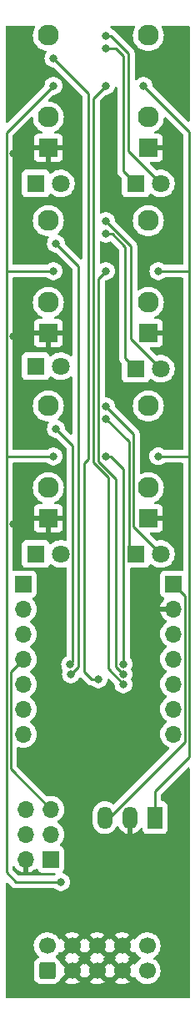
<source format=gbl>
G04 #@! TF.GenerationSoftware,KiCad,Pcbnew,(6.0.0)*
G04 #@! TF.CreationDate,2022-06-27T08:37:13-07:00*
G04 #@! TF.ProjectId,sen,73656e2e-6b69-4636-9164-5f7063625858,rev?*
G04 #@! TF.SameCoordinates,Original*
G04 #@! TF.FileFunction,Copper,L2,Bot*
G04 #@! TF.FilePolarity,Positive*
%FSLAX46Y46*%
G04 Gerber Fmt 4.6, Leading zero omitted, Abs format (unit mm)*
G04 Created by KiCad (PCBNEW (6.0.0)) date 2022-06-27 08:37:13*
%MOMM*%
%LPD*%
G01*
G04 APERTURE LIST*
G04 Aperture macros list*
%AMRoundRect*
0 Rectangle with rounded corners*
0 $1 Rounding radius*
0 $2 $3 $4 $5 $6 $7 $8 $9 X,Y pos of 4 corners*
0 Add a 4 corners polygon primitive as box body*
4,1,4,$2,$3,$4,$5,$6,$7,$8,$9,$2,$3,0*
0 Add four circle primitives for the rounded corners*
1,1,$1+$1,$2,$3*
1,1,$1+$1,$4,$5*
1,1,$1+$1,$6,$7*
1,1,$1+$1,$8,$9*
0 Add four rect primitives between the rounded corners*
20,1,$1+$1,$2,$3,$4,$5,0*
20,1,$1+$1,$4,$5,$6,$7,0*
20,1,$1+$1,$6,$7,$8,$9,0*
20,1,$1+$1,$8,$9,$2,$3,0*%
G04 Aperture macros list end*
G04 #@! TA.AperFunction,ComponentPad*
%ADD10R,1.800000X1.800000*%
G04 #@! TD*
G04 #@! TA.AperFunction,ComponentPad*
%ADD11C,1.800000*%
G04 #@! TD*
G04 #@! TA.AperFunction,ComponentPad*
%ADD12R,1.930000X1.830000*%
G04 #@! TD*
G04 #@! TA.AperFunction,ComponentPad*
%ADD13C,2.130000*%
G04 #@! TD*
G04 #@! TA.AperFunction,ComponentPad*
%ADD14R,1.700000X1.700000*%
G04 #@! TD*
G04 #@! TA.AperFunction,ComponentPad*
%ADD15O,1.700000X1.700000*%
G04 #@! TD*
G04 #@! TA.AperFunction,ComponentPad*
%ADD16R,1.500000X2.300000*%
G04 #@! TD*
G04 #@! TA.AperFunction,ComponentPad*
%ADD17O,1.500000X2.300000*%
G04 #@! TD*
G04 #@! TA.AperFunction,ComponentPad*
%ADD18RoundRect,0.250000X0.600000X-0.600000X0.600000X0.600000X-0.600000X0.600000X-0.600000X-0.600000X0*%
G04 #@! TD*
G04 #@! TA.AperFunction,ComponentPad*
%ADD19C,1.700000*%
G04 #@! TD*
G04 #@! TA.AperFunction,ViaPad*
%ADD20C,0.800000*%
G04 #@! TD*
G04 #@! TA.AperFunction,Conductor*
%ADD21C,0.250000*%
G04 #@! TD*
G04 APERTURE END LIST*
D10*
X147159048Y-93472000D03*
D11*
X149699048Y-93472000D03*
D12*
X158594048Y-71058000D03*
D13*
X158594048Y-59658000D03*
X158594048Y-67958000D03*
D12*
X148434048Y-52262000D03*
D13*
X148434048Y-40862000D03*
X148434048Y-49162000D03*
D10*
X147159048Y-74422000D03*
D11*
X149699048Y-74422000D03*
D12*
X148434048Y-89854000D03*
D13*
X148434048Y-78454000D03*
X148434048Y-86754000D03*
D10*
X147159048Y-55880000D03*
D11*
X149699048Y-55880000D03*
D12*
X148434048Y-71058000D03*
D13*
X148434048Y-59658000D03*
X148434048Y-67958000D03*
D12*
X158594048Y-52262000D03*
D13*
X158594048Y-40862000D03*
X158594048Y-49162000D03*
D10*
X157319048Y-55880000D03*
D11*
X159859048Y-55880000D03*
D12*
X158594048Y-89854000D03*
D13*
X158594048Y-78454000D03*
X158594048Y-86754000D03*
D10*
X157319048Y-93472000D03*
D11*
X159859048Y-93472000D03*
D10*
X157319048Y-74676000D03*
D11*
X159859048Y-74676000D03*
D14*
X161134048Y-96520000D03*
D15*
X161134048Y-99060000D03*
X161134048Y-101600000D03*
X161134048Y-104140000D03*
X161134048Y-106680000D03*
X161134048Y-109220000D03*
X161134048Y-111760000D03*
D16*
X159263048Y-120220500D03*
D17*
X156723048Y-120220500D03*
X154183048Y-120220500D03*
D14*
X145894048Y-96520000D03*
D15*
X145894048Y-99060000D03*
X145894048Y-101600000D03*
X145894048Y-104140000D03*
X145894048Y-106680000D03*
X145894048Y-109220000D03*
X145894048Y-111760000D03*
D18*
X148307048Y-135753500D03*
D19*
X148307048Y-133213500D03*
X150847048Y-135753500D03*
X150847048Y-133213500D03*
X153387048Y-135753500D03*
X153387048Y-133213500D03*
X155927048Y-135753500D03*
X155927048Y-133213500D03*
X158467048Y-135753500D03*
X158467048Y-133213500D03*
D14*
X148693048Y-124445000D03*
D15*
X146153048Y-124445000D03*
X148693048Y-121905000D03*
X146153048Y-121905000D03*
X148693048Y-119365000D03*
X146153048Y-119365000D03*
D20*
X144878048Y-90424000D03*
X160880048Y-81280000D03*
X144878048Y-52832000D03*
X160880048Y-43688000D03*
X144878048Y-71374000D03*
X162150048Y-46482000D03*
X160880048Y-62484000D03*
X148180048Y-115062000D03*
X154784048Y-107543000D03*
X159610048Y-64770000D03*
X158086048Y-45974000D03*
X159605749Y-83561701D03*
X148942048Y-45974000D03*
X148942048Y-83566000D03*
X148942048Y-64770000D03*
X149704048Y-126746000D03*
X154276048Y-59690000D03*
X154276048Y-79756000D03*
X154276048Y-78486000D03*
X154276048Y-42164000D03*
X154276048Y-60960000D03*
X154276048Y-40878321D03*
X156054048Y-106680000D03*
X154276048Y-45974000D03*
X156054048Y-105664000D03*
X154276048Y-64770000D03*
X156054048Y-104648000D03*
X154276048Y-83566000D03*
X150646667Y-104681178D03*
X149196048Y-80772000D03*
X149196048Y-61976000D03*
X150721086Y-105677906D03*
X148942048Y-43180000D03*
X153514048Y-106172000D03*
D21*
X159605749Y-83561701D02*
X159610048Y-83566000D01*
X159610048Y-64770000D02*
X162658048Y-64770000D01*
X159263048Y-117541031D02*
X162758079Y-114046000D01*
X159610048Y-83566000D02*
X162658048Y-83566000D01*
X162658048Y-83566000D02*
X162758079Y-83465969D01*
X159263048Y-120220500D02*
X159263048Y-117541031D01*
X162758079Y-83465969D02*
X162758079Y-114046000D01*
X158086048Y-45974000D02*
X162758079Y-50646031D01*
X162758079Y-64669969D02*
X162758079Y-83465969D01*
X162658048Y-64770000D02*
X162758079Y-64669969D01*
X162758079Y-50646031D02*
X162758079Y-64669969D01*
X144153537Y-83528511D02*
X144153537Y-64732511D01*
X145132048Y-126746000D02*
X144153537Y-125767489D01*
X148942048Y-64770000D02*
X144191026Y-64770000D01*
X144153537Y-64732511D02*
X144153537Y-50762511D01*
X144153537Y-125767489D02*
X144153537Y-83528511D01*
X149704048Y-126746000D02*
X145132048Y-126746000D01*
X148942048Y-83566000D02*
X144191026Y-83566000D01*
X144191026Y-64770000D02*
X144153537Y-64732511D01*
X144153537Y-50762511D02*
X148942048Y-45974000D01*
X144191026Y-83566000D02*
X144153537Y-83528511D01*
X156816048Y-71633000D02*
X156816048Y-62230000D01*
X159859048Y-74676000D02*
X156816048Y-71633000D01*
X156816048Y-62230000D02*
X154276048Y-59690000D01*
X157319048Y-93472000D02*
X156620528Y-92773480D01*
X156620528Y-82100480D02*
X154276048Y-79756000D01*
X156620528Y-92773480D02*
X156620528Y-82100480D01*
X157070048Y-90683000D02*
X157070048Y-81280000D01*
X159859048Y-93472000D02*
X157070048Y-90683000D01*
X157070048Y-81280000D02*
X154276048Y-78486000D01*
X156054048Y-54615000D02*
X156054048Y-42926000D01*
X155292048Y-42164000D02*
X154276048Y-42164000D01*
X156054048Y-42926000D02*
X155292048Y-42164000D01*
X157319048Y-55880000D02*
X156054048Y-54615000D01*
X154610059Y-120220500D02*
X162308559Y-112522000D01*
X161134048Y-96520000D02*
X162308559Y-97694511D01*
X154183048Y-120220500D02*
X154610059Y-120220500D01*
X162308559Y-112522000D02*
X162308559Y-97694511D01*
X148683048Y-119365000D02*
X144603057Y-115285009D01*
X144603057Y-115285009D02*
X144603057Y-105430991D01*
X144603057Y-105430991D02*
X145894048Y-104140000D01*
X154910330Y-60960000D02*
X154276048Y-60960000D01*
X157319048Y-74676000D02*
X156244189Y-73601141D01*
X156244189Y-62293859D02*
X154910330Y-60960000D01*
X156244189Y-73601141D02*
X156244189Y-62293859D01*
X156562048Y-52583000D02*
X156562048Y-42672000D01*
X154768369Y-40878321D02*
X154276048Y-40878321D01*
X159859048Y-55880000D02*
X156562048Y-52583000D01*
X156562048Y-42672000D02*
X154768369Y-40878321D01*
X153006048Y-47244000D02*
X154276048Y-45974000D01*
X154484559Y-105119125D02*
X154484559Y-85680229D01*
X156045434Y-106680000D02*
X154484559Y-105119125D01*
X154484559Y-85680229D02*
X153006048Y-84201718D01*
X153006048Y-84201718D02*
X153006048Y-47244000D01*
X156054048Y-106680000D02*
X156045434Y-106680000D01*
X155292048Y-85852000D02*
X153514048Y-84074000D01*
X153514048Y-65532000D02*
X154276048Y-64770000D01*
X155292048Y-104910614D02*
X155292048Y-85852000D01*
X153514048Y-84074000D02*
X153514048Y-65532000D01*
X156054048Y-105664000D02*
X156045434Y-105664000D01*
X156045434Y-105664000D02*
X155292048Y-104910614D01*
X154784048Y-83566000D02*
X154276048Y-83566000D01*
X156054048Y-84836000D02*
X154784048Y-83566000D01*
X156054048Y-104648000D02*
X156054048Y-84836000D01*
X150646667Y-104681178D02*
X150923559Y-104404286D01*
X150923559Y-82499511D02*
X149196048Y-80772000D01*
X150923559Y-104404286D02*
X150923559Y-82499511D01*
X151482048Y-104916944D02*
X151482048Y-64262000D01*
X151482048Y-64262000D02*
X149196048Y-61976000D01*
X150721086Y-105677906D02*
X151482048Y-104916944D01*
X152498048Y-46736000D02*
X148942048Y-43180000D01*
X152819468Y-106172000D02*
X152035537Y-105388069D01*
X152035537Y-105388069D02*
X152035537Y-84282511D01*
X153514048Y-106172000D02*
X152819468Y-106172000D01*
X152035537Y-84282511D02*
X152498048Y-83820000D01*
X152498048Y-83820000D02*
X152498048Y-46736000D01*
G04 #@! TA.AperFunction,Conductor*
G36*
X147034731Y-39898002D02*
G01*
X147081224Y-39951658D01*
X147091328Y-40021932D01*
X147074043Y-40069834D01*
X147027714Y-40145437D01*
X147025821Y-40150007D01*
X147025819Y-40150011D01*
X146959074Y-40311147D01*
X146932933Y-40374258D01*
X146926822Y-40399713D01*
X146876269Y-40610276D01*
X146876268Y-40610282D01*
X146875114Y-40615089D01*
X146855682Y-40862000D01*
X146875114Y-41108911D01*
X146876268Y-41113718D01*
X146876269Y-41113724D01*
X146907448Y-41243592D01*
X146932933Y-41349742D01*
X146934826Y-41354313D01*
X146934827Y-41354315D01*
X147024711Y-41571312D01*
X147027714Y-41578563D01*
X147157123Y-41789740D01*
X147317975Y-41978073D01*
X147506308Y-42138925D01*
X147717485Y-42268334D01*
X147722055Y-42270227D01*
X147722059Y-42270229D01*
X147933880Y-42357968D01*
X147946306Y-42363115D01*
X148158705Y-42414108D01*
X148220272Y-42449459D01*
X148252955Y-42512486D01*
X148246374Y-42583177D01*
X148222927Y-42620933D01*
X148203008Y-42643056D01*
X148190908Y-42664014D01*
X148113840Y-42797500D01*
X148107521Y-42808444D01*
X148048506Y-42990072D01*
X148047816Y-42996633D01*
X148047816Y-42996635D01*
X148031539Y-43151501D01*
X148028544Y-43180000D01*
X148048506Y-43369928D01*
X148107521Y-43551556D01*
X148203008Y-43716944D01*
X148330795Y-43858866D01*
X148485296Y-43971118D01*
X148491324Y-43973802D01*
X148491326Y-43973803D01*
X148653729Y-44046109D01*
X148659760Y-44048794D01*
X148753161Y-44068647D01*
X148840104Y-44087128D01*
X148840109Y-44087128D01*
X148846561Y-44088500D01*
X148902454Y-44088500D01*
X148970575Y-44108502D01*
X148991549Y-44125405D01*
X151827643Y-46961499D01*
X151861669Y-47023811D01*
X151864548Y-47050594D01*
X151864548Y-63444405D01*
X151844546Y-63512526D01*
X151790890Y-63559019D01*
X151720616Y-63569123D01*
X151656036Y-63539629D01*
X151649453Y-63533500D01*
X150143170Y-62027217D01*
X150109144Y-61964905D01*
X150106955Y-61951292D01*
X150090280Y-61792635D01*
X150090280Y-61792633D01*
X150089590Y-61786072D01*
X150030575Y-61604444D01*
X149935088Y-61439056D01*
X149807301Y-61297134D01*
X149695326Y-61215779D01*
X149658142Y-61188763D01*
X149658141Y-61188762D01*
X149652800Y-61184882D01*
X149646772Y-61182198D01*
X149646770Y-61182197D01*
X149484367Y-61109891D01*
X149484366Y-61109891D01*
X149478336Y-61107206D01*
X149471880Y-61105834D01*
X149465596Y-61103792D01*
X149466108Y-61102215D01*
X149410941Y-61072431D01*
X149376620Y-61010282D01*
X149381348Y-60939443D01*
X149417782Y-60887102D01*
X149546360Y-60777286D01*
X149546365Y-60777281D01*
X149550121Y-60774073D01*
X149710973Y-60585740D01*
X149840382Y-60374563D01*
X149935163Y-60145742D01*
X149955549Y-60060830D01*
X149991827Y-59909724D01*
X149991828Y-59909718D01*
X149992982Y-59904911D01*
X150012414Y-59658000D01*
X149992982Y-59411089D01*
X149991828Y-59406282D01*
X149991827Y-59406276D01*
X149936318Y-59175070D01*
X149935163Y-59170258D01*
X149840382Y-58941437D01*
X149710973Y-58730260D01*
X149550121Y-58541927D01*
X149361788Y-58381075D01*
X149150611Y-58251666D01*
X149146041Y-58249773D01*
X149146037Y-58249771D01*
X148926363Y-58158779D01*
X148926361Y-58158778D01*
X148921790Y-58156885D01*
X148836878Y-58136499D01*
X148685772Y-58100221D01*
X148685766Y-58100220D01*
X148680959Y-58099066D01*
X148434048Y-58079634D01*
X148187137Y-58099066D01*
X148182330Y-58100220D01*
X148182324Y-58100221D01*
X148031218Y-58136499D01*
X147946306Y-58156885D01*
X147941735Y-58158778D01*
X147941733Y-58158779D01*
X147722059Y-58249771D01*
X147722055Y-58249773D01*
X147717485Y-58251666D01*
X147506308Y-58381075D01*
X147317975Y-58541927D01*
X147157123Y-58730260D01*
X147027714Y-58941437D01*
X146932933Y-59170258D01*
X146931778Y-59175070D01*
X146876269Y-59406276D01*
X146876268Y-59406282D01*
X146875114Y-59411089D01*
X146855682Y-59658000D01*
X146875114Y-59904911D01*
X146876268Y-59909718D01*
X146876269Y-59909724D01*
X146912547Y-60060830D01*
X146932933Y-60145742D01*
X147027714Y-60374563D01*
X147157123Y-60585740D01*
X147317975Y-60774073D01*
X147506308Y-60934925D01*
X147717485Y-61064334D01*
X147722055Y-61066227D01*
X147722059Y-61066229D01*
X147941733Y-61157221D01*
X147946306Y-61159115D01*
X148031218Y-61179501D01*
X148182324Y-61215779D01*
X148182330Y-61215780D01*
X148187137Y-61216934D01*
X148371576Y-61231449D01*
X148437917Y-61256734D01*
X148480057Y-61313872D01*
X148484616Y-61384722D01*
X148463625Y-61431123D01*
X148461427Y-61434148D01*
X148457008Y-61439056D01*
X148361521Y-61604444D01*
X148302506Y-61786072D01*
X148301816Y-61792633D01*
X148301816Y-61792635D01*
X148288854Y-61915966D01*
X148282544Y-61976000D01*
X148283234Y-61982565D01*
X148299575Y-62138037D01*
X148302506Y-62165928D01*
X148361521Y-62347556D01*
X148457008Y-62512944D01*
X148461426Y-62517851D01*
X148461427Y-62517852D01*
X148580373Y-62649955D01*
X148584795Y-62654866D01*
X148739296Y-62767118D01*
X148745324Y-62769802D01*
X148745326Y-62769803D01*
X148907729Y-62842109D01*
X148913760Y-62844794D01*
X149007161Y-62864647D01*
X149094104Y-62883128D01*
X149094109Y-62883128D01*
X149100561Y-62884500D01*
X149156454Y-62884500D01*
X149224575Y-62904502D01*
X149245549Y-62921405D01*
X150811643Y-64487499D01*
X150845669Y-64549811D01*
X150848548Y-64576594D01*
X150848548Y-73274882D01*
X150828546Y-73343003D01*
X150774890Y-73389496D01*
X150704616Y-73399600D01*
X150644456Y-73373764D01*
X150485225Y-73248011D01*
X150485220Y-73248008D01*
X150481171Y-73244810D01*
X150476655Y-73242317D01*
X150476652Y-73242315D01*
X150282927Y-73135373D01*
X150282923Y-73135371D01*
X150278403Y-73132876D01*
X150273534Y-73131152D01*
X150273530Y-73131150D01*
X150064951Y-73057288D01*
X150064947Y-73057287D01*
X150060076Y-73055562D01*
X150054983Y-73054655D01*
X150054980Y-73054654D01*
X149837143Y-73015851D01*
X149837137Y-73015850D01*
X149832054Y-73014945D01*
X149759144Y-73014054D01*
X149605629Y-73012179D01*
X149605627Y-73012179D01*
X149600459Y-73012116D01*
X149371512Y-73047150D01*
X149151362Y-73119106D01*
X149146774Y-73121494D01*
X149146770Y-73121496D01*
X149023758Y-73185532D01*
X148945920Y-73226052D01*
X148941787Y-73229155D01*
X148941784Y-73229157D01*
X148793367Y-73340592D01*
X148760703Y-73365117D01*
X148743218Y-73383414D01*
X148681694Y-73418844D01*
X148610781Y-73415387D01*
X148552995Y-73374141D01*
X148534142Y-73340592D01*
X148512816Y-73283705D01*
X148512815Y-73283703D01*
X148509663Y-73275295D01*
X148422309Y-73158739D01*
X148305753Y-73071385D01*
X148169364Y-73020255D01*
X148107182Y-73013500D01*
X146210914Y-73013500D01*
X146148732Y-73020255D01*
X146012343Y-73071385D01*
X145895787Y-73158739D01*
X145808433Y-73275295D01*
X145757303Y-73411684D01*
X145750548Y-73473866D01*
X145750548Y-75370134D01*
X145757303Y-75432316D01*
X145808433Y-75568705D01*
X145895787Y-75685261D01*
X146012343Y-75772615D01*
X146148732Y-75823745D01*
X146210914Y-75830500D01*
X148107182Y-75830500D01*
X148169364Y-75823745D01*
X148305753Y-75772615D01*
X148422309Y-75685261D01*
X148509663Y-75568705D01*
X148534228Y-75503178D01*
X148576870Y-75446414D01*
X148643431Y-75421714D01*
X148712780Y-75436921D01*
X148732695Y-75450464D01*
X148797772Y-75504492D01*
X148888397Y-75579730D01*
X149088370Y-75696584D01*
X149093195Y-75698426D01*
X149093196Y-75698427D01*
X149167713Y-75726883D01*
X149304742Y-75779209D01*
X149309808Y-75780240D01*
X149309809Y-75780240D01*
X149362894Y-75791040D01*
X149531704Y-75825385D01*
X149661137Y-75830131D01*
X149757997Y-75833683D01*
X149758001Y-75833683D01*
X149763161Y-75833872D01*
X149768281Y-75833216D01*
X149768283Y-75833216D01*
X149850332Y-75822705D01*
X149992895Y-75804442D01*
X149997843Y-75802957D01*
X149997850Y-75802956D01*
X150209795Y-75739369D01*
X150214738Y-75737886D01*
X150295284Y-75698427D01*
X150418097Y-75638262D01*
X150418100Y-75638260D01*
X150422732Y-75635991D01*
X150611291Y-75501494D01*
X150614946Y-75497852D01*
X150614954Y-75497845D01*
X150633609Y-75479255D01*
X150695980Y-75445339D01*
X150766787Y-75450528D01*
X150823548Y-75493174D01*
X150848243Y-75559737D01*
X150848548Y-75568506D01*
X150848548Y-81224405D01*
X150828546Y-81292526D01*
X150774890Y-81339019D01*
X150704616Y-81349123D01*
X150640036Y-81319629D01*
X150633453Y-81313500D01*
X150143170Y-80823217D01*
X150109144Y-80760905D01*
X150106955Y-80747292D01*
X150090280Y-80588635D01*
X150090280Y-80588633D01*
X150089590Y-80582072D01*
X150030575Y-80400444D01*
X149935088Y-80235056D01*
X149807301Y-80093134D01*
X149695326Y-80011779D01*
X149658142Y-79984763D01*
X149658141Y-79984762D01*
X149652800Y-79980882D01*
X149646772Y-79978198D01*
X149646770Y-79978197D01*
X149484367Y-79905891D01*
X149484366Y-79905891D01*
X149478336Y-79903206D01*
X149471880Y-79901834D01*
X149465596Y-79899792D01*
X149466108Y-79898215D01*
X149410941Y-79868431D01*
X149376620Y-79806282D01*
X149381348Y-79735443D01*
X149417782Y-79683102D01*
X149546360Y-79573286D01*
X149546365Y-79573281D01*
X149550121Y-79570073D01*
X149710973Y-79381740D01*
X149840382Y-79170563D01*
X149935163Y-78941742D01*
X149955549Y-78856830D01*
X149991827Y-78705724D01*
X149991828Y-78705718D01*
X149992982Y-78700911D01*
X150012414Y-78454000D01*
X149992982Y-78207089D01*
X149991828Y-78202282D01*
X149991827Y-78202276D01*
X149936318Y-77971070D01*
X149935163Y-77966258D01*
X149840382Y-77737437D01*
X149710973Y-77526260D01*
X149550121Y-77337927D01*
X149361788Y-77177075D01*
X149150611Y-77047666D01*
X149146041Y-77045773D01*
X149146037Y-77045771D01*
X148926363Y-76954779D01*
X148926361Y-76954778D01*
X148921790Y-76952885D01*
X148836878Y-76932499D01*
X148685772Y-76896221D01*
X148685766Y-76896220D01*
X148680959Y-76895066D01*
X148434048Y-76875634D01*
X148187137Y-76895066D01*
X148182330Y-76896220D01*
X148182324Y-76896221D01*
X148031218Y-76932499D01*
X147946306Y-76952885D01*
X147941735Y-76954778D01*
X147941733Y-76954779D01*
X147722059Y-77045771D01*
X147722055Y-77045773D01*
X147717485Y-77047666D01*
X147506308Y-77177075D01*
X147317975Y-77337927D01*
X147157123Y-77526260D01*
X147027714Y-77737437D01*
X146932933Y-77966258D01*
X146931778Y-77971070D01*
X146876269Y-78202276D01*
X146876268Y-78202282D01*
X146875114Y-78207089D01*
X146855682Y-78454000D01*
X146875114Y-78700911D01*
X146876268Y-78705718D01*
X146876269Y-78705724D01*
X146912547Y-78856830D01*
X146932933Y-78941742D01*
X147027714Y-79170563D01*
X147157123Y-79381740D01*
X147317975Y-79570073D01*
X147506308Y-79730925D01*
X147717485Y-79860334D01*
X147722055Y-79862227D01*
X147722059Y-79862229D01*
X147941733Y-79953221D01*
X147946306Y-79955115D01*
X148031218Y-79975501D01*
X148182324Y-80011779D01*
X148182330Y-80011780D01*
X148187137Y-80012934D01*
X148371576Y-80027449D01*
X148437917Y-80052734D01*
X148480057Y-80109872D01*
X148484616Y-80180722D01*
X148463625Y-80227123D01*
X148461427Y-80230148D01*
X148457008Y-80235056D01*
X148361521Y-80400444D01*
X148302506Y-80582072D01*
X148301816Y-80588633D01*
X148301816Y-80588635D01*
X148289809Y-80702876D01*
X148282544Y-80772000D01*
X148283234Y-80778565D01*
X148295521Y-80895465D01*
X148302506Y-80961928D01*
X148361521Y-81143556D01*
X148457008Y-81308944D01*
X148461426Y-81313851D01*
X148461427Y-81313852D01*
X148501870Y-81358768D01*
X148584795Y-81450866D01*
X148739296Y-81563118D01*
X148745324Y-81565802D01*
X148745326Y-81565803D01*
X148907729Y-81638109D01*
X148913760Y-81640794D01*
X149007160Y-81660647D01*
X149094104Y-81679128D01*
X149094109Y-81679128D01*
X149100561Y-81680500D01*
X149156454Y-81680500D01*
X149224575Y-81700502D01*
X149245549Y-81717405D01*
X150253154Y-82725010D01*
X150287180Y-82787322D01*
X150290059Y-82814105D01*
X150290059Y-92008717D01*
X150270057Y-92076838D01*
X150216401Y-92123331D01*
X150146127Y-92133435D01*
X150121999Y-92127490D01*
X150064951Y-92107288D01*
X150064947Y-92107287D01*
X150060076Y-92105562D01*
X150054983Y-92104655D01*
X150054980Y-92104654D01*
X149837143Y-92065851D01*
X149837137Y-92065850D01*
X149832054Y-92064945D01*
X149759144Y-92064054D01*
X149605629Y-92062179D01*
X149605627Y-92062179D01*
X149600459Y-92062116D01*
X149371512Y-92097150D01*
X149151362Y-92169106D01*
X149146774Y-92171494D01*
X149146770Y-92171496D01*
X148950509Y-92273663D01*
X148945920Y-92276052D01*
X148941787Y-92279155D01*
X148941784Y-92279157D01*
X148869136Y-92333703D01*
X148760703Y-92415117D01*
X148743218Y-92433414D01*
X148681694Y-92468844D01*
X148610781Y-92465387D01*
X148552995Y-92424141D01*
X148534142Y-92390592D01*
X148512816Y-92333705D01*
X148512815Y-92333703D01*
X148509663Y-92325295D01*
X148422309Y-92208739D01*
X148305753Y-92121385D01*
X148169364Y-92070255D01*
X148107182Y-92063500D01*
X146210914Y-92063500D01*
X146148732Y-92070255D01*
X146012343Y-92121385D01*
X145895787Y-92208739D01*
X145808433Y-92325295D01*
X145757303Y-92461684D01*
X145750548Y-92523866D01*
X145750548Y-94420134D01*
X145757303Y-94482316D01*
X145808433Y-94618705D01*
X145895787Y-94735261D01*
X146012343Y-94822615D01*
X146148732Y-94873745D01*
X146210914Y-94880500D01*
X148107182Y-94880500D01*
X148169364Y-94873745D01*
X148305753Y-94822615D01*
X148422309Y-94735261D01*
X148509663Y-94618705D01*
X148534228Y-94553178D01*
X148576870Y-94496414D01*
X148643431Y-94471714D01*
X148712780Y-94486921D01*
X148732695Y-94500464D01*
X148797772Y-94554492D01*
X148888397Y-94629730D01*
X149088370Y-94746584D01*
X149304742Y-94829209D01*
X149309808Y-94830240D01*
X149309809Y-94830240D01*
X149362894Y-94841040D01*
X149531704Y-94875385D01*
X149661137Y-94880131D01*
X149757997Y-94883683D01*
X149758001Y-94883683D01*
X149763161Y-94883872D01*
X149768281Y-94883216D01*
X149768283Y-94883216D01*
X149842214Y-94873745D01*
X149992895Y-94854442D01*
X149997843Y-94852957D01*
X149997850Y-94852956D01*
X150127852Y-94813953D01*
X150198847Y-94813537D01*
X150258797Y-94851569D01*
X150288669Y-94915976D01*
X150290059Y-94934639D01*
X150290059Y-103763647D01*
X150270057Y-103831768D01*
X150215309Y-103878753D01*
X150195950Y-103887372D01*
X150195942Y-103887377D01*
X150189915Y-103890060D01*
X150184574Y-103893940D01*
X150184573Y-103893941D01*
X150145235Y-103922522D01*
X150035414Y-104002312D01*
X150030993Y-104007222D01*
X150030992Y-104007223D01*
X149937501Y-104111056D01*
X149907627Y-104144234D01*
X149904326Y-104149952D01*
X149834600Y-104270721D01*
X149812140Y-104309622D01*
X149753125Y-104491250D01*
X149733163Y-104681178D01*
X149733853Y-104687743D01*
X149740882Y-104754616D01*
X149753125Y-104871106D01*
X149812140Y-105052734D01*
X149857368Y-105131070D01*
X149886237Y-105181073D01*
X149902975Y-105250068D01*
X149892225Y-105295321D01*
X149889861Y-105300631D01*
X149886559Y-105306350D01*
X149827544Y-105487978D01*
X149826854Y-105494539D01*
X149826854Y-105494541D01*
X149809734Y-105657435D01*
X149807582Y-105677906D01*
X149808272Y-105684471D01*
X149825945Y-105852617D01*
X149827544Y-105867834D01*
X149886559Y-106049462D01*
X149982046Y-106214850D01*
X149986464Y-106219757D01*
X149986465Y-106219758D01*
X150009841Y-106245720D01*
X150109833Y-106356772D01*
X150264334Y-106469024D01*
X150270362Y-106471708D01*
X150270364Y-106471709D01*
X150417620Y-106537271D01*
X150438798Y-106546700D01*
X150532198Y-106566553D01*
X150619142Y-106585034D01*
X150619147Y-106585034D01*
X150625599Y-106586406D01*
X150816573Y-106586406D01*
X150823025Y-106585034D01*
X150823030Y-106585034D01*
X150909974Y-106566553D01*
X151003374Y-106546700D01*
X151024552Y-106537271D01*
X151171808Y-106471709D01*
X151171810Y-106471708D01*
X151177838Y-106469024D01*
X151332339Y-106356772D01*
X151432331Y-106245720D01*
X151455707Y-106219758D01*
X151455708Y-106219757D01*
X151460126Y-106214850D01*
X151555613Y-106049462D01*
X151556794Y-106045827D01*
X151602105Y-105992516D01*
X151670032Y-105971866D01*
X151738340Y-105991217D01*
X151760328Y-106008764D01*
X152054284Y-106302721D01*
X152315821Y-106564258D01*
X152323355Y-106572537D01*
X152327468Y-106579018D01*
X152377119Y-106625643D01*
X152379961Y-106628398D01*
X152399698Y-106648135D01*
X152402895Y-106650615D01*
X152411915Y-106658318D01*
X152444147Y-106688586D01*
X152451093Y-106692405D01*
X152451096Y-106692407D01*
X152461902Y-106698348D01*
X152478421Y-106709199D01*
X152494427Y-106721614D01*
X152501696Y-106724759D01*
X152501700Y-106724762D01*
X152535005Y-106739174D01*
X152545655Y-106744391D01*
X152584408Y-106765695D01*
X152592083Y-106767666D01*
X152592084Y-106767666D01*
X152604030Y-106770733D01*
X152622735Y-106777137D01*
X152641323Y-106785181D01*
X152649146Y-106786420D01*
X152649156Y-106786423D01*
X152684992Y-106792099D01*
X152696612Y-106794505D01*
X152731757Y-106803528D01*
X152739438Y-106805500D01*
X152759692Y-106805500D01*
X152779402Y-106807051D01*
X152799411Y-106810220D01*
X152807302Y-106809474D01*
X152813598Y-106809672D01*
X152881057Y-106831804D01*
X152893950Y-106841973D01*
X152898376Y-106845958D01*
X152902795Y-106850866D01*
X152908137Y-106854747D01*
X152908139Y-106854749D01*
X152937672Y-106876206D01*
X153057296Y-106963118D01*
X153063324Y-106965802D01*
X153063326Y-106965803D01*
X153225729Y-107038109D01*
X153231760Y-107040794D01*
X153325161Y-107060647D01*
X153412104Y-107079128D01*
X153412109Y-107079128D01*
X153418561Y-107080500D01*
X153609535Y-107080500D01*
X153615987Y-107079128D01*
X153615992Y-107079128D01*
X153702936Y-107060647D01*
X153796336Y-107040794D01*
X153802367Y-107038109D01*
X153964770Y-106965803D01*
X153964772Y-106965802D01*
X153970800Y-106963118D01*
X154125301Y-106850866D01*
X154133308Y-106841973D01*
X154248669Y-106713852D01*
X154248670Y-106713851D01*
X154253088Y-106708944D01*
X154311362Y-106608010D01*
X154345271Y-106549279D01*
X154345272Y-106549278D01*
X154348575Y-106543556D01*
X154407590Y-106361928D01*
X154420291Y-106241089D01*
X154447303Y-106175433D01*
X154505524Y-106134803D01*
X154576469Y-106132100D01*
X154634695Y-106165165D01*
X155107937Y-106638407D01*
X155141963Y-106700719D01*
X155144152Y-106714331D01*
X155159816Y-106863365D01*
X155160506Y-106869928D01*
X155219521Y-107051556D01*
X155222824Y-107057278D01*
X155222825Y-107057279D01*
X155243117Y-107092425D01*
X155315008Y-107216944D01*
X155442795Y-107358866D01*
X155597296Y-107471118D01*
X155603324Y-107473802D01*
X155603326Y-107473803D01*
X155628673Y-107485088D01*
X155771760Y-107548794D01*
X155858057Y-107567137D01*
X155952104Y-107587128D01*
X155952109Y-107587128D01*
X155958561Y-107588500D01*
X156149535Y-107588500D01*
X156155987Y-107587128D01*
X156155992Y-107587128D01*
X156250039Y-107567137D01*
X156336336Y-107548794D01*
X156479423Y-107485088D01*
X156504770Y-107473803D01*
X156504772Y-107473802D01*
X156510800Y-107471118D01*
X156665301Y-107358866D01*
X156793088Y-107216944D01*
X156864979Y-107092425D01*
X156885271Y-107057279D01*
X156885272Y-107057278D01*
X156888575Y-107051556D01*
X156947590Y-106869928D01*
X156949186Y-106854749D01*
X156966862Y-106686565D01*
X156967552Y-106680000D01*
X156963180Y-106638407D01*
X156948280Y-106496635D01*
X156948280Y-106496633D01*
X156947590Y-106490072D01*
X156888575Y-106308444D01*
X156846172Y-106235000D01*
X156829434Y-106166005D01*
X156846172Y-106109000D01*
X156885271Y-106041279D01*
X156885272Y-106041278D01*
X156888575Y-106035556D01*
X156947590Y-105853928D01*
X156948586Y-105844457D01*
X156966862Y-105670565D01*
X156967552Y-105664000D01*
X156955339Y-105547800D01*
X156948280Y-105480635D01*
X156948280Y-105480633D01*
X156947590Y-105474072D01*
X156888575Y-105292444D01*
X156846172Y-105219000D01*
X156829434Y-105150005D01*
X156846172Y-105093000D01*
X156885271Y-105025279D01*
X156885272Y-105025278D01*
X156888575Y-105019556D01*
X156947590Y-104837928D01*
X156955884Y-104759020D01*
X156966862Y-104654565D01*
X156967552Y-104648000D01*
X156947590Y-104458072D01*
X156888575Y-104276444D01*
X156793088Y-104111056D01*
X156719911Y-104029785D01*
X156689195Y-103965779D01*
X156687548Y-103945476D01*
X156687548Y-95006500D01*
X156707550Y-94938379D01*
X156761206Y-94891886D01*
X156813548Y-94880500D01*
X158267182Y-94880500D01*
X158329364Y-94873745D01*
X158465753Y-94822615D01*
X158582309Y-94735261D01*
X158669663Y-94618705D01*
X158694228Y-94553178D01*
X158736870Y-94496414D01*
X158803431Y-94471714D01*
X158872780Y-94486921D01*
X158892695Y-94500464D01*
X158957772Y-94554492D01*
X159048397Y-94629730D01*
X159248370Y-94746584D01*
X159464742Y-94829209D01*
X159469808Y-94830240D01*
X159469809Y-94830240D01*
X159522894Y-94841040D01*
X159691704Y-94875385D01*
X159821137Y-94880131D01*
X159917997Y-94883683D01*
X159918001Y-94883683D01*
X159923161Y-94883872D01*
X159928281Y-94883216D01*
X159928283Y-94883216D01*
X160002214Y-94873745D01*
X160152895Y-94854442D01*
X160157843Y-94852957D01*
X160157850Y-94852956D01*
X160369795Y-94789369D01*
X160374738Y-94787886D01*
X160379372Y-94785616D01*
X160578097Y-94688262D01*
X160578100Y-94688260D01*
X160582732Y-94685991D01*
X160771291Y-94551494D01*
X160935351Y-94388005D01*
X161070506Y-94199917D01*
X161173126Y-93992280D01*
X161240456Y-93770671D01*
X161270688Y-93541041D01*
X161272375Y-93472000D01*
X161266080Y-93395434D01*
X161253821Y-93246318D01*
X161253820Y-93246312D01*
X161253397Y-93241167D01*
X161196973Y-93016533D01*
X161104618Y-92804131D01*
X160978812Y-92609665D01*
X160822935Y-92438358D01*
X160818884Y-92435159D01*
X160818880Y-92435155D01*
X160645225Y-92298011D01*
X160645220Y-92298008D01*
X160641171Y-92294810D01*
X160636655Y-92292317D01*
X160636652Y-92292315D01*
X160442927Y-92185373D01*
X160442923Y-92185371D01*
X160438403Y-92182876D01*
X160433534Y-92181152D01*
X160433530Y-92181150D01*
X160224951Y-92107288D01*
X160224947Y-92107287D01*
X160220076Y-92105562D01*
X160214983Y-92104655D01*
X160214980Y-92104654D01*
X159997143Y-92065851D01*
X159997137Y-92065850D01*
X159992054Y-92064945D01*
X159919144Y-92064054D01*
X159765629Y-92062179D01*
X159765627Y-92062179D01*
X159760459Y-92062116D01*
X159645267Y-92079743D01*
X159536621Y-92096368D01*
X159536619Y-92096369D01*
X159531512Y-92097150D01*
X159526597Y-92098757D01*
X159526595Y-92098757D01*
X159490937Y-92110412D01*
X159419973Y-92112565D01*
X159362695Y-92079743D01*
X158775047Y-91492095D01*
X158741021Y-91429783D01*
X158746086Y-91358968D01*
X158788633Y-91302132D01*
X158855153Y-91277321D01*
X158864142Y-91277000D01*
X159603717Y-91276999D01*
X159610538Y-91276629D01*
X159661400Y-91271105D01*
X159676652Y-91267479D01*
X159797102Y-91222324D01*
X159812697Y-91213786D01*
X159914772Y-91137285D01*
X159927333Y-91124724D01*
X160003834Y-91022649D01*
X160012372Y-91007054D01*
X160057526Y-90886606D01*
X160061153Y-90871351D01*
X160066679Y-90820486D01*
X160067048Y-90813672D01*
X160067048Y-90126115D01*
X160062573Y-90110876D01*
X160061183Y-90109671D01*
X160053500Y-90108000D01*
X158466048Y-90108000D01*
X158397927Y-90087998D01*
X158351434Y-90034342D01*
X158340048Y-89982000D01*
X158340048Y-89726000D01*
X158360050Y-89657879D01*
X158413706Y-89611386D01*
X158466048Y-89600000D01*
X160048932Y-89600000D01*
X160064171Y-89595525D01*
X160065376Y-89594135D01*
X160067047Y-89586452D01*
X160067047Y-88894331D01*
X160066677Y-88887510D01*
X160061153Y-88836648D01*
X160057527Y-88821396D01*
X160012372Y-88700946D01*
X160003834Y-88685351D01*
X159927333Y-88583276D01*
X159914772Y-88570715D01*
X159812697Y-88494214D01*
X159797102Y-88485676D01*
X159676654Y-88440522D01*
X159661399Y-88436895D01*
X159610534Y-88431369D01*
X159603720Y-88431000D01*
X159290610Y-88431000D01*
X159222489Y-88410998D01*
X159175996Y-88357342D01*
X159165892Y-88287068D01*
X159195386Y-88222488D01*
X159242391Y-88188592D01*
X159270688Y-88176871D01*
X159306037Y-88162229D01*
X159306041Y-88162227D01*
X159310611Y-88160334D01*
X159521788Y-88030925D01*
X159710121Y-87870073D01*
X159870973Y-87681740D01*
X160000382Y-87470563D01*
X160095163Y-87241742D01*
X160115549Y-87156830D01*
X160151827Y-87005724D01*
X160151828Y-87005718D01*
X160152982Y-87000911D01*
X160172414Y-86754000D01*
X160152982Y-86507089D01*
X160151828Y-86502282D01*
X160151827Y-86502276D01*
X160096318Y-86271070D01*
X160095163Y-86266258D01*
X160000382Y-86037437D01*
X159870973Y-85826260D01*
X159710121Y-85637927D01*
X159521788Y-85477075D01*
X159310611Y-85347666D01*
X159306041Y-85345773D01*
X159306037Y-85345771D01*
X159086363Y-85254779D01*
X159086361Y-85254778D01*
X159081790Y-85252885D01*
X158991221Y-85231141D01*
X158845772Y-85196221D01*
X158845766Y-85196220D01*
X158840959Y-85195066D01*
X158594048Y-85175634D01*
X158347137Y-85195066D01*
X158342330Y-85196220D01*
X158342324Y-85196221D01*
X158196875Y-85231141D01*
X158106306Y-85252885D01*
X157877765Y-85347550D01*
X157807177Y-85355139D01*
X157743690Y-85323360D01*
X157707462Y-85262302D01*
X157703548Y-85231141D01*
X157703548Y-81358768D01*
X157704075Y-81347585D01*
X157705750Y-81340092D01*
X157703610Y-81272001D01*
X157703548Y-81268044D01*
X157703548Y-81240144D01*
X157703044Y-81236153D01*
X157702111Y-81224311D01*
X157700971Y-81188036D01*
X157700722Y-81180111D01*
X157698510Y-81172497D01*
X157698509Y-81172492D01*
X157695071Y-81160659D01*
X157691060Y-81141295D01*
X157689515Y-81129064D01*
X157688522Y-81121203D01*
X157685605Y-81113836D01*
X157685604Y-81113831D01*
X157672246Y-81080092D01*
X157668402Y-81068865D01*
X157658278Y-81034022D01*
X157656066Y-81026407D01*
X157645755Y-81008972D01*
X157637060Y-80991224D01*
X157629600Y-80972383D01*
X157603612Y-80936613D01*
X157597096Y-80926693D01*
X157578628Y-80895465D01*
X157578626Y-80895462D01*
X157574590Y-80888638D01*
X157560269Y-80874317D01*
X157547428Y-80859283D01*
X157540179Y-80849306D01*
X157535520Y-80842893D01*
X157501443Y-80814702D01*
X157492664Y-80806712D01*
X155223170Y-78537217D01*
X155189144Y-78474905D01*
X155186955Y-78461292D01*
X155186189Y-78454000D01*
X157015682Y-78454000D01*
X157035114Y-78700911D01*
X157036268Y-78705718D01*
X157036269Y-78705724D01*
X157072547Y-78856830D01*
X157092933Y-78941742D01*
X157187714Y-79170563D01*
X157317123Y-79381740D01*
X157477975Y-79570073D01*
X157666308Y-79730925D01*
X157877485Y-79860334D01*
X157882055Y-79862227D01*
X157882059Y-79862229D01*
X158101733Y-79953221D01*
X158106306Y-79955115D01*
X158191218Y-79975501D01*
X158342324Y-80011779D01*
X158342330Y-80011780D01*
X158347137Y-80012934D01*
X158594048Y-80032366D01*
X158840959Y-80012934D01*
X158845766Y-80011780D01*
X158845772Y-80011779D01*
X158996878Y-79975501D01*
X159081790Y-79955115D01*
X159086363Y-79953221D01*
X159306037Y-79862229D01*
X159306041Y-79862227D01*
X159310611Y-79860334D01*
X159521788Y-79730925D01*
X159710121Y-79570073D01*
X159870973Y-79381740D01*
X160000382Y-79170563D01*
X160095163Y-78941742D01*
X160115549Y-78856830D01*
X160151827Y-78705724D01*
X160151828Y-78705718D01*
X160152982Y-78700911D01*
X160172414Y-78454000D01*
X160152982Y-78207089D01*
X160151828Y-78202282D01*
X160151827Y-78202276D01*
X160096318Y-77971070D01*
X160095163Y-77966258D01*
X160000382Y-77737437D01*
X159870973Y-77526260D01*
X159710121Y-77337927D01*
X159521788Y-77177075D01*
X159310611Y-77047666D01*
X159306041Y-77045773D01*
X159306037Y-77045771D01*
X159086363Y-76954779D01*
X159086361Y-76954778D01*
X159081790Y-76952885D01*
X158996878Y-76932499D01*
X158845772Y-76896221D01*
X158845766Y-76896220D01*
X158840959Y-76895066D01*
X158594048Y-76875634D01*
X158347137Y-76895066D01*
X158342330Y-76896220D01*
X158342324Y-76896221D01*
X158191218Y-76932499D01*
X158106306Y-76952885D01*
X158101735Y-76954778D01*
X158101733Y-76954779D01*
X157882059Y-77045771D01*
X157882055Y-77045773D01*
X157877485Y-77047666D01*
X157666308Y-77177075D01*
X157477975Y-77337927D01*
X157317123Y-77526260D01*
X157187714Y-77737437D01*
X157092933Y-77966258D01*
X157091778Y-77971070D01*
X157036269Y-78202276D01*
X157036268Y-78202282D01*
X157035114Y-78207089D01*
X157015682Y-78454000D01*
X155186189Y-78454000D01*
X155185671Y-78449070D01*
X155169590Y-78296072D01*
X155110575Y-78114444D01*
X155015088Y-77949056D01*
X154887301Y-77807134D01*
X154732800Y-77694882D01*
X154726772Y-77692198D01*
X154726770Y-77692197D01*
X154564367Y-77619891D01*
X154564366Y-77619891D01*
X154558336Y-77617206D01*
X154464935Y-77597353D01*
X154377992Y-77578872D01*
X154377987Y-77578872D01*
X154371535Y-77577500D01*
X154273548Y-77577500D01*
X154205427Y-77557498D01*
X154158934Y-77503842D01*
X154147548Y-77451500D01*
X154147548Y-65846594D01*
X154167550Y-65778473D01*
X154184453Y-65757499D01*
X154226547Y-65715405D01*
X154288859Y-65681379D01*
X154315642Y-65678500D01*
X154371535Y-65678500D01*
X154377987Y-65677128D01*
X154377992Y-65677128D01*
X154464936Y-65658647D01*
X154558336Y-65638794D01*
X154564367Y-65636109D01*
X154726770Y-65563803D01*
X154726772Y-65563802D01*
X154732800Y-65561118D01*
X154887301Y-65448866D01*
X155015088Y-65306944D01*
X155110575Y-65141556D01*
X155169590Y-64959928D01*
X155189552Y-64770000D01*
X155169590Y-64580072D01*
X155110575Y-64398444D01*
X155015088Y-64233056D01*
X154887301Y-64091134D01*
X154732800Y-63978882D01*
X154726772Y-63976198D01*
X154726770Y-63976197D01*
X154564367Y-63903891D01*
X154564366Y-63903891D01*
X154558336Y-63901206D01*
X154464936Y-63881353D01*
X154377992Y-63862872D01*
X154377987Y-63862872D01*
X154371535Y-63861500D01*
X154180561Y-63861500D01*
X154174109Y-63862872D01*
X154174104Y-63862872D01*
X154087160Y-63881353D01*
X153993760Y-63901206D01*
X153987730Y-63903891D01*
X153987729Y-63903891D01*
X153844054Y-63967859D01*
X153819296Y-63978882D01*
X153818371Y-63976804D01*
X153759560Y-63991076D01*
X153692467Y-63967859D01*
X153648576Y-63912055D01*
X153639548Y-63865218D01*
X153639548Y-61864782D01*
X153659550Y-61796661D01*
X153713206Y-61750168D01*
X153783480Y-61740064D01*
X153818778Y-61752282D01*
X153819296Y-61751118D01*
X153967942Y-61817299D01*
X153993760Y-61828794D01*
X154072167Y-61845460D01*
X154174104Y-61867128D01*
X154174109Y-61867128D01*
X154180561Y-61868500D01*
X154371535Y-61868500D01*
X154377987Y-61867128D01*
X154377992Y-61867128D01*
X154479929Y-61845460D01*
X154558336Y-61828794D01*
X154568401Y-61824313D01*
X154704024Y-61763930D01*
X154774391Y-61754496D01*
X154838688Y-61784603D01*
X154844368Y-61789942D01*
X155573784Y-62519358D01*
X155607810Y-62581670D01*
X155610689Y-62608453D01*
X155610689Y-73522374D01*
X155610162Y-73533557D01*
X155608487Y-73541050D01*
X155608736Y-73548976D01*
X155608736Y-73548977D01*
X155610627Y-73609127D01*
X155610689Y-73613086D01*
X155610689Y-73640997D01*
X155611186Y-73644931D01*
X155611186Y-73644932D01*
X155611194Y-73644997D01*
X155612127Y-73656834D01*
X155613516Y-73701030D01*
X155619167Y-73720480D01*
X155623176Y-73739841D01*
X155625715Y-73759938D01*
X155628634Y-73767309D01*
X155628634Y-73767311D01*
X155641993Y-73801053D01*
X155645838Y-73812283D01*
X155647502Y-73818009D01*
X155658171Y-73854734D01*
X155662204Y-73861553D01*
X155662206Y-73861558D01*
X155668482Y-73872169D01*
X155677177Y-73889917D01*
X155684637Y-73908758D01*
X155689299Y-73915174D01*
X155689299Y-73915175D01*
X155710625Y-73944528D01*
X155717141Y-73954448D01*
X155739647Y-73992503D01*
X155753968Y-74006824D01*
X155766808Y-74021857D01*
X155778717Y-74038248D01*
X155784823Y-74043299D01*
X155812794Y-74066439D01*
X155821573Y-74074429D01*
X155873643Y-74126499D01*
X155907669Y-74188811D01*
X155910548Y-74215594D01*
X155910548Y-75624134D01*
X155917303Y-75686316D01*
X155968433Y-75822705D01*
X156055787Y-75939261D01*
X156172343Y-76026615D01*
X156308732Y-76077745D01*
X156370914Y-76084500D01*
X158267182Y-76084500D01*
X158329364Y-76077745D01*
X158465753Y-76026615D01*
X158582309Y-75939261D01*
X158669663Y-75822705D01*
X158694228Y-75757178D01*
X158736870Y-75700414D01*
X158803431Y-75675714D01*
X158872780Y-75690921D01*
X158892695Y-75704464D01*
X159013119Y-75804442D01*
X159048397Y-75833730D01*
X159248370Y-75950584D01*
X159464742Y-76033209D01*
X159469808Y-76034240D01*
X159469809Y-76034240D01*
X159522894Y-76045040D01*
X159691704Y-76079385D01*
X159821137Y-76084131D01*
X159917997Y-76087683D01*
X159918001Y-76087683D01*
X159923161Y-76087872D01*
X159928281Y-76087216D01*
X159928283Y-76087216D01*
X160002214Y-76077745D01*
X160152895Y-76058442D01*
X160157843Y-76056957D01*
X160157850Y-76056956D01*
X160369795Y-75993369D01*
X160374738Y-75991886D01*
X160455284Y-75952427D01*
X160578097Y-75892262D01*
X160578100Y-75892260D01*
X160582732Y-75889991D01*
X160771291Y-75755494D01*
X160935351Y-75592005D01*
X160944172Y-75579730D01*
X160998235Y-75504492D01*
X161070506Y-75403917D01*
X161088892Y-75366717D01*
X161170832Y-75200922D01*
X161170833Y-75200920D01*
X161173126Y-75196280D01*
X161240456Y-74974671D01*
X161270688Y-74745041D01*
X161272375Y-74676000D01*
X161266080Y-74599434D01*
X161253821Y-74450318D01*
X161253820Y-74450312D01*
X161253397Y-74445167D01*
X161196973Y-74220533D01*
X161194914Y-74215797D01*
X161106678Y-74012868D01*
X161106676Y-74012865D01*
X161104618Y-74008131D01*
X160978812Y-73813665D01*
X160822935Y-73642358D01*
X160818884Y-73639159D01*
X160818880Y-73639155D01*
X160645225Y-73502011D01*
X160645220Y-73502008D01*
X160641171Y-73498810D01*
X160636655Y-73496317D01*
X160636652Y-73496315D01*
X160442927Y-73389373D01*
X160442923Y-73389371D01*
X160438403Y-73386876D01*
X160433534Y-73385152D01*
X160433530Y-73385150D01*
X160224951Y-73311288D01*
X160224947Y-73311287D01*
X160220076Y-73309562D01*
X160214983Y-73308655D01*
X160214980Y-73308654D01*
X159997143Y-73269851D01*
X159997137Y-73269850D01*
X159992054Y-73268945D01*
X159919144Y-73268054D01*
X159765629Y-73266179D01*
X159765627Y-73266179D01*
X159760459Y-73266116D01*
X159645267Y-73283743D01*
X159536621Y-73300368D01*
X159536619Y-73300369D01*
X159531512Y-73301150D01*
X159526597Y-73302757D01*
X159526595Y-73302757D01*
X159490937Y-73314412D01*
X159419973Y-73316565D01*
X159362695Y-73283743D01*
X158775047Y-72696095D01*
X158741021Y-72633783D01*
X158746086Y-72562968D01*
X158788633Y-72506132D01*
X158855153Y-72481321D01*
X158864142Y-72481000D01*
X159603717Y-72480999D01*
X159610538Y-72480629D01*
X159661400Y-72475105D01*
X159676652Y-72471479D01*
X159797102Y-72426324D01*
X159812697Y-72417786D01*
X159914772Y-72341285D01*
X159927333Y-72328724D01*
X160003834Y-72226649D01*
X160012372Y-72211054D01*
X160057526Y-72090606D01*
X160061153Y-72075351D01*
X160066679Y-72024486D01*
X160067048Y-72017672D01*
X160067048Y-71330115D01*
X160062573Y-71314876D01*
X160061183Y-71313671D01*
X160053500Y-71312000D01*
X158466048Y-71312000D01*
X158397927Y-71291998D01*
X158351434Y-71238342D01*
X158340048Y-71186000D01*
X158340048Y-70930000D01*
X158360050Y-70861879D01*
X158413706Y-70815386D01*
X158466048Y-70804000D01*
X160048932Y-70804000D01*
X160064171Y-70799525D01*
X160065376Y-70798135D01*
X160067047Y-70790452D01*
X160067047Y-70098331D01*
X160066677Y-70091510D01*
X160061153Y-70040648D01*
X160057527Y-70025396D01*
X160012372Y-69904946D01*
X160003834Y-69889351D01*
X159927333Y-69787276D01*
X159914772Y-69774715D01*
X159812697Y-69698214D01*
X159797102Y-69689676D01*
X159676654Y-69644522D01*
X159661399Y-69640895D01*
X159610534Y-69635369D01*
X159603720Y-69635000D01*
X159290610Y-69635000D01*
X159222489Y-69614998D01*
X159175996Y-69561342D01*
X159165892Y-69491068D01*
X159195386Y-69426488D01*
X159242391Y-69392592D01*
X159270688Y-69380871D01*
X159306037Y-69366229D01*
X159306041Y-69366227D01*
X159310611Y-69364334D01*
X159521788Y-69234925D01*
X159710121Y-69074073D01*
X159870973Y-68885740D01*
X160000382Y-68674563D01*
X160095163Y-68445742D01*
X160115549Y-68360830D01*
X160151827Y-68209724D01*
X160151828Y-68209718D01*
X160152982Y-68204911D01*
X160172414Y-67958000D01*
X160152982Y-67711089D01*
X160151828Y-67706282D01*
X160151827Y-67706276D01*
X160096318Y-67475070D01*
X160095163Y-67470258D01*
X160000382Y-67241437D01*
X159870973Y-67030260D01*
X159710121Y-66841927D01*
X159521788Y-66681075D01*
X159310611Y-66551666D01*
X159306041Y-66549773D01*
X159306037Y-66549771D01*
X159086363Y-66458779D01*
X159086361Y-66458778D01*
X159081790Y-66456885D01*
X158996878Y-66436499D01*
X158845772Y-66400221D01*
X158845766Y-66400220D01*
X158840959Y-66399066D01*
X158594048Y-66379634D01*
X158347137Y-66399066D01*
X158342330Y-66400220D01*
X158342324Y-66400221D01*
X158191218Y-66436499D01*
X158106306Y-66456885D01*
X158101735Y-66458778D01*
X158101733Y-66458779D01*
X157882059Y-66549771D01*
X157882055Y-66549773D01*
X157877485Y-66551666D01*
X157666308Y-66681075D01*
X157657378Y-66688702D01*
X157592588Y-66717732D01*
X157522388Y-66707127D01*
X157469066Y-66660252D01*
X157449548Y-66592890D01*
X157449548Y-62308763D01*
X157450075Y-62297579D01*
X157451749Y-62290091D01*
X157449610Y-62222032D01*
X157449548Y-62218075D01*
X157449548Y-62190144D01*
X157449042Y-62186138D01*
X157448109Y-62174292D01*
X157448044Y-62172206D01*
X157446721Y-62130110D01*
X157441070Y-62110658D01*
X157437062Y-62091306D01*
X157435516Y-62079068D01*
X157435515Y-62079066D01*
X157434522Y-62071203D01*
X157418242Y-62030086D01*
X157414407Y-62018885D01*
X157402066Y-61976406D01*
X157398033Y-61969587D01*
X157398031Y-61969582D01*
X157391755Y-61958971D01*
X157383058Y-61941221D01*
X157375600Y-61922383D01*
X157349619Y-61886623D01*
X157343101Y-61876701D01*
X157324626Y-61845460D01*
X157324622Y-61845455D01*
X157320590Y-61838637D01*
X157306266Y-61824313D01*
X157293424Y-61809278D01*
X157281520Y-61792893D01*
X157247454Y-61764711D01*
X157238675Y-61756722D01*
X155223170Y-59741217D01*
X155189144Y-59678905D01*
X155186955Y-59665292D01*
X155186189Y-59658000D01*
X157015682Y-59658000D01*
X157035114Y-59904911D01*
X157036268Y-59909718D01*
X157036269Y-59909724D01*
X157072547Y-60060830D01*
X157092933Y-60145742D01*
X157187714Y-60374563D01*
X157317123Y-60585740D01*
X157477975Y-60774073D01*
X157666308Y-60934925D01*
X157877485Y-61064334D01*
X157882055Y-61066227D01*
X157882059Y-61066229D01*
X158101733Y-61157221D01*
X158106306Y-61159115D01*
X158191218Y-61179501D01*
X158342324Y-61215779D01*
X158342330Y-61215780D01*
X158347137Y-61216934D01*
X158594048Y-61236366D01*
X158840959Y-61216934D01*
X158845766Y-61215780D01*
X158845772Y-61215779D01*
X158996878Y-61179501D01*
X159081790Y-61159115D01*
X159086363Y-61157221D01*
X159306037Y-61066229D01*
X159306041Y-61066227D01*
X159310611Y-61064334D01*
X159521788Y-60934925D01*
X159710121Y-60774073D01*
X159870973Y-60585740D01*
X160000382Y-60374563D01*
X160095163Y-60145742D01*
X160115549Y-60060830D01*
X160151827Y-59909724D01*
X160151828Y-59909718D01*
X160152982Y-59904911D01*
X160172414Y-59658000D01*
X160152982Y-59411089D01*
X160151828Y-59406282D01*
X160151827Y-59406276D01*
X160096318Y-59175070D01*
X160095163Y-59170258D01*
X160000382Y-58941437D01*
X159870973Y-58730260D01*
X159710121Y-58541927D01*
X159521788Y-58381075D01*
X159310611Y-58251666D01*
X159306041Y-58249773D01*
X159306037Y-58249771D01*
X159086363Y-58158779D01*
X159086361Y-58158778D01*
X159081790Y-58156885D01*
X158996878Y-58136499D01*
X158845772Y-58100221D01*
X158845766Y-58100220D01*
X158840959Y-58099066D01*
X158594048Y-58079634D01*
X158347137Y-58099066D01*
X158342330Y-58100220D01*
X158342324Y-58100221D01*
X158191218Y-58136499D01*
X158106306Y-58156885D01*
X158101735Y-58158778D01*
X158101733Y-58158779D01*
X157882059Y-58249771D01*
X157882055Y-58249773D01*
X157877485Y-58251666D01*
X157666308Y-58381075D01*
X157477975Y-58541927D01*
X157317123Y-58730260D01*
X157187714Y-58941437D01*
X157092933Y-59170258D01*
X157091778Y-59175070D01*
X157036269Y-59406276D01*
X157036268Y-59406282D01*
X157035114Y-59411089D01*
X157015682Y-59658000D01*
X155186189Y-59658000D01*
X155185671Y-59653070D01*
X155169590Y-59500072D01*
X155110575Y-59318444D01*
X155015088Y-59153056D01*
X154887301Y-59011134D01*
X154732800Y-58898882D01*
X154726772Y-58896198D01*
X154726770Y-58896197D01*
X154564367Y-58823891D01*
X154564366Y-58823891D01*
X154558336Y-58821206D01*
X154464935Y-58801353D01*
X154377992Y-58782872D01*
X154377987Y-58782872D01*
X154371535Y-58781500D01*
X154180561Y-58781500D01*
X154174109Y-58782872D01*
X154174104Y-58782872D01*
X154087161Y-58801353D01*
X153993760Y-58821206D01*
X153987730Y-58823891D01*
X153987729Y-58823891D01*
X153844054Y-58887859D01*
X153819296Y-58898882D01*
X153818371Y-58896804D01*
X153759560Y-58911076D01*
X153692467Y-58887859D01*
X153648576Y-58832055D01*
X153639548Y-58785218D01*
X153639548Y-47558594D01*
X153659550Y-47490473D01*
X153676453Y-47469499D01*
X154226547Y-46919405D01*
X154288859Y-46885379D01*
X154315642Y-46882500D01*
X154371535Y-46882500D01*
X154377987Y-46881128D01*
X154377992Y-46881128D01*
X154464936Y-46862647D01*
X154558336Y-46842794D01*
X154564367Y-46840109D01*
X154726770Y-46767803D01*
X154726772Y-46767802D01*
X154732800Y-46765118D01*
X154887301Y-46652866D01*
X155015088Y-46510944D01*
X155110575Y-46345556D01*
X155169590Y-46163928D01*
X155170280Y-46157364D01*
X155171302Y-46152556D01*
X155205030Y-46090083D01*
X155267180Y-46055762D01*
X155338019Y-46060491D01*
X155395056Y-46102767D01*
X155420183Y-46169168D01*
X155420548Y-46178754D01*
X155420548Y-54536233D01*
X155420021Y-54547416D01*
X155418346Y-54554909D01*
X155418595Y-54562835D01*
X155418595Y-54562836D01*
X155420486Y-54622986D01*
X155420548Y-54626945D01*
X155420548Y-54654856D01*
X155421045Y-54658790D01*
X155421045Y-54658791D01*
X155421053Y-54658856D01*
X155421986Y-54670693D01*
X155423375Y-54714889D01*
X155429026Y-54734339D01*
X155433035Y-54753700D01*
X155435574Y-54773797D01*
X155438493Y-54781168D01*
X155438493Y-54781170D01*
X155451852Y-54814912D01*
X155455697Y-54826142D01*
X155468030Y-54868593D01*
X155472063Y-54875412D01*
X155472065Y-54875417D01*
X155478341Y-54886028D01*
X155487036Y-54903776D01*
X155494496Y-54922617D01*
X155499158Y-54929033D01*
X155499158Y-54929034D01*
X155520484Y-54958387D01*
X155527000Y-54968307D01*
X155549506Y-55006362D01*
X155563827Y-55020683D01*
X155576667Y-55035716D01*
X155588576Y-55052107D01*
X155594682Y-55057158D01*
X155622653Y-55080298D01*
X155631432Y-55088288D01*
X155873643Y-55330499D01*
X155907669Y-55392811D01*
X155910548Y-55419594D01*
X155910548Y-56828134D01*
X155917303Y-56890316D01*
X155968433Y-57026705D01*
X156055787Y-57143261D01*
X156172343Y-57230615D01*
X156308732Y-57281745D01*
X156370914Y-57288500D01*
X158267182Y-57288500D01*
X158329364Y-57281745D01*
X158465753Y-57230615D01*
X158582309Y-57143261D01*
X158669663Y-57026705D01*
X158694228Y-56961178D01*
X158736870Y-56904414D01*
X158803431Y-56879714D01*
X158872780Y-56894921D01*
X158892695Y-56908464D01*
X158957772Y-56962492D01*
X159048397Y-57037730D01*
X159248370Y-57154584D01*
X159464742Y-57237209D01*
X159469808Y-57238240D01*
X159469809Y-57238240D01*
X159522894Y-57249040D01*
X159691704Y-57283385D01*
X159821137Y-57288131D01*
X159917997Y-57291683D01*
X159918001Y-57291683D01*
X159923161Y-57291872D01*
X159928281Y-57291216D01*
X159928283Y-57291216D01*
X160002214Y-57281745D01*
X160152895Y-57262442D01*
X160157843Y-57260957D01*
X160157850Y-57260956D01*
X160369795Y-57197369D01*
X160374738Y-57195886D01*
X160455284Y-57156427D01*
X160578097Y-57096262D01*
X160578100Y-57096260D01*
X160582732Y-57093991D01*
X160771291Y-56959494D01*
X160935351Y-56796005D01*
X161070506Y-56607917D01*
X161173126Y-56400280D01*
X161240456Y-56178671D01*
X161270688Y-55949041D01*
X161272375Y-55880000D01*
X161266080Y-55803434D01*
X161253821Y-55654318D01*
X161253820Y-55654312D01*
X161253397Y-55649167D01*
X161196973Y-55424533D01*
X161194914Y-55419797D01*
X161106678Y-55216868D01*
X161106676Y-55216865D01*
X161104618Y-55212131D01*
X160978812Y-55017665D01*
X160822935Y-54846358D01*
X160818884Y-54843159D01*
X160818880Y-54843155D01*
X160645225Y-54706011D01*
X160645220Y-54706008D01*
X160641171Y-54702810D01*
X160636655Y-54700317D01*
X160636652Y-54700315D01*
X160442927Y-54593373D01*
X160442923Y-54593371D01*
X160438403Y-54590876D01*
X160433534Y-54589152D01*
X160433530Y-54589150D01*
X160224951Y-54515288D01*
X160224947Y-54515287D01*
X160220076Y-54513562D01*
X160214983Y-54512655D01*
X160214980Y-54512654D01*
X159997143Y-54473851D01*
X159997137Y-54473850D01*
X159992054Y-54472945D01*
X159919144Y-54472054D01*
X159765629Y-54470179D01*
X159765627Y-54470179D01*
X159760459Y-54470116D01*
X159645267Y-54487743D01*
X159536621Y-54504368D01*
X159536619Y-54504369D01*
X159531512Y-54505150D01*
X159526597Y-54506757D01*
X159526595Y-54506757D01*
X159490937Y-54518412D01*
X159419973Y-54520565D01*
X159362695Y-54487743D01*
X158775047Y-53900095D01*
X158741021Y-53837783D01*
X158746086Y-53766968D01*
X158788633Y-53710132D01*
X158855153Y-53685321D01*
X158864142Y-53685000D01*
X159603717Y-53684999D01*
X159610538Y-53684629D01*
X159661400Y-53679105D01*
X159676652Y-53675479D01*
X159797102Y-53630324D01*
X159812697Y-53621786D01*
X159914772Y-53545285D01*
X159927333Y-53532724D01*
X160003834Y-53430649D01*
X160012372Y-53415054D01*
X160057526Y-53294606D01*
X160061153Y-53279351D01*
X160066679Y-53228486D01*
X160067048Y-53221672D01*
X160067048Y-52534115D01*
X160062573Y-52518876D01*
X160061183Y-52517671D01*
X160053500Y-52516000D01*
X158466048Y-52516000D01*
X158397927Y-52495998D01*
X158351434Y-52442342D01*
X158340048Y-52390000D01*
X158340048Y-52134000D01*
X158360050Y-52065879D01*
X158413706Y-52019386D01*
X158466048Y-52008000D01*
X160048932Y-52008000D01*
X160064171Y-52003525D01*
X160065376Y-52002135D01*
X160067047Y-51994452D01*
X160067047Y-51302331D01*
X160066677Y-51295510D01*
X160061153Y-51244648D01*
X160057527Y-51229396D01*
X160012372Y-51108946D01*
X160003834Y-51093351D01*
X159927333Y-50991276D01*
X159914772Y-50978715D01*
X159812697Y-50902214D01*
X159797102Y-50893676D01*
X159676654Y-50848522D01*
X159661399Y-50844895D01*
X159610534Y-50839369D01*
X159603720Y-50839000D01*
X159290610Y-50839000D01*
X159222489Y-50818998D01*
X159175996Y-50765342D01*
X159165892Y-50695068D01*
X159195386Y-50630488D01*
X159242391Y-50596592D01*
X159270688Y-50584871D01*
X159306037Y-50570229D01*
X159306041Y-50570227D01*
X159310611Y-50568334D01*
X159521788Y-50438925D01*
X159710121Y-50278073D01*
X159870973Y-50089740D01*
X160000382Y-49878563D01*
X160084530Y-49675414D01*
X160093269Y-49654315D01*
X160093270Y-49654313D01*
X160095163Y-49649742D01*
X160116228Y-49562001D01*
X160151827Y-49413724D01*
X160151828Y-49413718D01*
X160152982Y-49408911D01*
X160165980Y-49243752D01*
X160191265Y-49177411D01*
X160248403Y-49135271D01*
X160319253Y-49130712D01*
X160380687Y-49164543D01*
X162087674Y-50871530D01*
X162121700Y-50933842D01*
X162124579Y-50960625D01*
X162124579Y-64010500D01*
X162104577Y-64078621D01*
X162050921Y-64125114D01*
X161998579Y-64136500D01*
X160318248Y-64136500D01*
X160250127Y-64116498D01*
X160230901Y-64100157D01*
X160230628Y-64100460D01*
X160225716Y-64096037D01*
X160221301Y-64091134D01*
X160066800Y-63978882D01*
X160060772Y-63976198D01*
X160060770Y-63976197D01*
X159898367Y-63903891D01*
X159898366Y-63903891D01*
X159892336Y-63901206D01*
X159798936Y-63881353D01*
X159711992Y-63862872D01*
X159711987Y-63862872D01*
X159705535Y-63861500D01*
X159514561Y-63861500D01*
X159508109Y-63862872D01*
X159508104Y-63862872D01*
X159421160Y-63881353D01*
X159327760Y-63901206D01*
X159321730Y-63903891D01*
X159321729Y-63903891D01*
X159159326Y-63976197D01*
X159159324Y-63976198D01*
X159153296Y-63978882D01*
X158998795Y-64091134D01*
X158871008Y-64233056D01*
X158775521Y-64398444D01*
X158716506Y-64580072D01*
X158696544Y-64770000D01*
X158716506Y-64959928D01*
X158775521Y-65141556D01*
X158871008Y-65306944D01*
X158998795Y-65448866D01*
X159153296Y-65561118D01*
X159159324Y-65563802D01*
X159159326Y-65563803D01*
X159321729Y-65636109D01*
X159327760Y-65638794D01*
X159421160Y-65658647D01*
X159508104Y-65677128D01*
X159508109Y-65677128D01*
X159514561Y-65678500D01*
X159705535Y-65678500D01*
X159711987Y-65677128D01*
X159711992Y-65677128D01*
X159798936Y-65658647D01*
X159892336Y-65638794D01*
X159898367Y-65636109D01*
X160060770Y-65563803D01*
X160060772Y-65563802D01*
X160066800Y-65561118D01*
X160221301Y-65448866D01*
X160225716Y-65443963D01*
X160230628Y-65439540D01*
X160231753Y-65440789D01*
X160285062Y-65407949D01*
X160318248Y-65403500D01*
X161998579Y-65403500D01*
X162066700Y-65423502D01*
X162113193Y-65477158D01*
X162124579Y-65529500D01*
X162124579Y-82806500D01*
X162104577Y-82874621D01*
X162050921Y-82921114D01*
X161998579Y-82932500D01*
X160317820Y-82932500D01*
X160249699Y-82912498D01*
X160224186Y-82890813D01*
X160221419Y-82887740D01*
X160221416Y-82887738D01*
X160217002Y-82882835D01*
X160062501Y-82770583D01*
X160056473Y-82767899D01*
X160056471Y-82767898D01*
X159894068Y-82695592D01*
X159894067Y-82695592D01*
X159888037Y-82692907D01*
X159794636Y-82673054D01*
X159707693Y-82654573D01*
X159707688Y-82654573D01*
X159701236Y-82653201D01*
X159510262Y-82653201D01*
X159503810Y-82654573D01*
X159503805Y-82654573D01*
X159416862Y-82673054D01*
X159323461Y-82692907D01*
X159317431Y-82695592D01*
X159317430Y-82695592D01*
X159155027Y-82767898D01*
X159155025Y-82767899D01*
X159148997Y-82770583D01*
X158994496Y-82882835D01*
X158990075Y-82887745D01*
X158990074Y-82887746D01*
X158915712Y-82970334D01*
X158866709Y-83024757D01*
X158771222Y-83190145D01*
X158712207Y-83371773D01*
X158692245Y-83561701D01*
X158712207Y-83751629D01*
X158771222Y-83933257D01*
X158866709Y-84098645D01*
X158994496Y-84240567D01*
X159148997Y-84352819D01*
X159155025Y-84355503D01*
X159155027Y-84355504D01*
X159164683Y-84359803D01*
X159323461Y-84430495D01*
X159416862Y-84450348D01*
X159503805Y-84468829D01*
X159503810Y-84468829D01*
X159510262Y-84470201D01*
X159701236Y-84470201D01*
X159707688Y-84468829D01*
X159707693Y-84468829D01*
X159794636Y-84450348D01*
X159888037Y-84430495D01*
X160046815Y-84359803D01*
X160056471Y-84355504D01*
X160056473Y-84355503D01*
X160062501Y-84352819D01*
X160067843Y-84348938D01*
X160211658Y-84244450D01*
X160211660Y-84244448D01*
X160217002Y-84240567D01*
X160221421Y-84235659D01*
X160225637Y-84231863D01*
X160289645Y-84201146D01*
X160309947Y-84199500D01*
X161998579Y-84199500D01*
X162066700Y-84219502D01*
X162113193Y-84273158D01*
X162124579Y-84325500D01*
X162124579Y-95035500D01*
X162104577Y-95103621D01*
X162050921Y-95150114D01*
X161998579Y-95161500D01*
X160235914Y-95161500D01*
X160173732Y-95168255D01*
X160037343Y-95219385D01*
X159920787Y-95306739D01*
X159833433Y-95423295D01*
X159782303Y-95559684D01*
X159775548Y-95621866D01*
X159775548Y-97418134D01*
X159782303Y-97480316D01*
X159833433Y-97616705D01*
X159920787Y-97733261D01*
X160037343Y-97820615D01*
X160045752Y-97823767D01*
X160045753Y-97823768D01*
X160155008Y-97864726D01*
X160211773Y-97907367D01*
X160236473Y-97973929D01*
X160221266Y-98043278D01*
X160201873Y-98069759D01*
X160078638Y-98198717D01*
X160072152Y-98206727D01*
X159952146Y-98382649D01*
X159947048Y-98391623D01*
X159857386Y-98584783D01*
X159853823Y-98594470D01*
X159798437Y-98794183D01*
X159799960Y-98802607D01*
X159812340Y-98806000D01*
X161262048Y-98806000D01*
X161330169Y-98826002D01*
X161376662Y-98879658D01*
X161388048Y-98932000D01*
X161388048Y-99188000D01*
X161368046Y-99256121D01*
X161314390Y-99302614D01*
X161262048Y-99314000D01*
X159817273Y-99314000D01*
X159803742Y-99317973D01*
X159802305Y-99327966D01*
X159832613Y-99462446D01*
X159835693Y-99472275D01*
X159915818Y-99669603D01*
X159920461Y-99678794D01*
X160031742Y-99860388D01*
X160037825Y-99868699D01*
X160177261Y-100029667D01*
X160184628Y-100036883D01*
X160348482Y-100172916D01*
X160356929Y-100178831D01*
X160426017Y-100219203D01*
X160474741Y-100270842D01*
X160487812Y-100340625D01*
X160461081Y-100406396D01*
X160420632Y-100439752D01*
X160407655Y-100446507D01*
X160403522Y-100449610D01*
X160403519Y-100449612D01*
X160233148Y-100577530D01*
X160229013Y-100580635D01*
X160074677Y-100742138D01*
X159948791Y-100926680D01*
X159854736Y-101129305D01*
X159795037Y-101344570D01*
X159771299Y-101566695D01*
X159771596Y-101571848D01*
X159771596Y-101571851D01*
X159777059Y-101666590D01*
X159784158Y-101789715D01*
X159785295Y-101794761D01*
X159785296Y-101794767D01*
X159805167Y-101882939D01*
X159833270Y-102007639D01*
X159917314Y-102214616D01*
X160034035Y-102405088D01*
X160180298Y-102573938D01*
X160352174Y-102716632D01*
X160422643Y-102757811D01*
X160425493Y-102759476D01*
X160474217Y-102811114D01*
X160487288Y-102880897D01*
X160460557Y-102946669D01*
X160420103Y-102980027D01*
X160407655Y-102986507D01*
X160403522Y-102989610D01*
X160403519Y-102989612D01*
X160233148Y-103117530D01*
X160229013Y-103120635D01*
X160074677Y-103282138D01*
X159948791Y-103466680D01*
X159854736Y-103669305D01*
X159795037Y-103884570D01*
X159771299Y-104106695D01*
X159771596Y-104111848D01*
X159771596Y-104111851D01*
X159777059Y-104206590D01*
X159784158Y-104329715D01*
X159785295Y-104334761D01*
X159785296Y-104334767D01*
X159805167Y-104422939D01*
X159833270Y-104547639D01*
X159917314Y-104754616D01*
X160034035Y-104945088D01*
X160180298Y-105113938D01*
X160352174Y-105256632D01*
X160413459Y-105292444D01*
X160425493Y-105299476D01*
X160474217Y-105351114D01*
X160487288Y-105420897D01*
X160460557Y-105486669D01*
X160420103Y-105520027D01*
X160407655Y-105526507D01*
X160403522Y-105529610D01*
X160403519Y-105529612D01*
X160379295Y-105547800D01*
X160229013Y-105660635D01*
X160074677Y-105822138D01*
X159948791Y-106006680D01*
X159926279Y-106055179D01*
X159889319Y-106134803D01*
X159854736Y-106209305D01*
X159795037Y-106424570D01*
X159771299Y-106646695D01*
X159771596Y-106651848D01*
X159771596Y-106651851D01*
X159780342Y-106803528D01*
X159784158Y-106869715D01*
X159785295Y-106874761D01*
X159785296Y-106874767D01*
X159805813Y-106965803D01*
X159833270Y-107087639D01*
X159917314Y-107294616D01*
X159920013Y-107299020D01*
X160027120Y-107473803D01*
X160034035Y-107485088D01*
X160180298Y-107653938D01*
X160352174Y-107796632D01*
X160422643Y-107837811D01*
X160425493Y-107839476D01*
X160474217Y-107891114D01*
X160487288Y-107960897D01*
X160460557Y-108026669D01*
X160420103Y-108060027D01*
X160407655Y-108066507D01*
X160403522Y-108069610D01*
X160403519Y-108069612D01*
X160379295Y-108087800D01*
X160229013Y-108200635D01*
X160074677Y-108362138D01*
X159948791Y-108546680D01*
X159854736Y-108749305D01*
X159795037Y-108964570D01*
X159771299Y-109186695D01*
X159771596Y-109191848D01*
X159771596Y-109191851D01*
X159777059Y-109286590D01*
X159784158Y-109409715D01*
X159785295Y-109414761D01*
X159785296Y-109414767D01*
X159805167Y-109502939D01*
X159833270Y-109627639D01*
X159917314Y-109834616D01*
X160034035Y-110025088D01*
X160180298Y-110193938D01*
X160352174Y-110336632D01*
X160422643Y-110377811D01*
X160425493Y-110379476D01*
X160474217Y-110431114D01*
X160487288Y-110500897D01*
X160460557Y-110566669D01*
X160420103Y-110600027D01*
X160407655Y-110606507D01*
X160403522Y-110609610D01*
X160403519Y-110609612D01*
X160379295Y-110627800D01*
X160229013Y-110740635D01*
X160074677Y-110902138D01*
X159948791Y-111086680D01*
X159854736Y-111289305D01*
X159795037Y-111504570D01*
X159771299Y-111726695D01*
X159771596Y-111731848D01*
X159771596Y-111731851D01*
X159777059Y-111826590D01*
X159784158Y-111949715D01*
X159785295Y-111954761D01*
X159785296Y-111954767D01*
X159805167Y-112042939D01*
X159833270Y-112167639D01*
X159917314Y-112374616D01*
X160034035Y-112565088D01*
X160180298Y-112733938D01*
X160352174Y-112876632D01*
X160545048Y-112989338D01*
X160549871Y-112991180D01*
X160549880Y-112991184D01*
X160653104Y-113030602D01*
X160709607Y-113073589D01*
X160733899Y-113140300D01*
X160718268Y-113209555D01*
X160697249Y-113237406D01*
X155122078Y-118812577D01*
X155059766Y-118846603D01*
X154988951Y-118841538D01*
X154962707Y-118828064D01*
X154796438Y-118716336D01*
X154791786Y-118713210D01*
X154586081Y-118622912D01*
X154580630Y-118621603D01*
X154580626Y-118621602D01*
X154373094Y-118571778D01*
X154373093Y-118571778D01*
X154367637Y-118570468D01*
X154283573Y-118565621D01*
X154148965Y-118557860D01*
X154148962Y-118557860D01*
X154143358Y-118557537D01*
X153920333Y-118584525D01*
X153705613Y-118650582D01*
X153700633Y-118653152D01*
X153700629Y-118653154D01*
X153569490Y-118720840D01*
X153505984Y-118753618D01*
X153327756Y-118890377D01*
X153176563Y-119056536D01*
X153173585Y-119061283D01*
X153173583Y-119061286D01*
X153119488Y-119147522D01*
X153057184Y-119246844D01*
X152973392Y-119455283D01*
X152927835Y-119675267D01*
X152924548Y-119732275D01*
X152924548Y-120677499D01*
X152924797Y-120680286D01*
X152924797Y-120680292D01*
X152930575Y-120745027D01*
X152939431Y-120844262D01*
X152940912Y-120849676D01*
X152940913Y-120849681D01*
X152975857Y-120977412D01*
X152998711Y-121060951D01*
X153095426Y-121263718D01*
X153226519Y-121446154D01*
X153246691Y-121465702D01*
X153383410Y-121598192D01*
X153387847Y-121602492D01*
X153574310Y-121727790D01*
X153780015Y-121818088D01*
X153785466Y-121819397D01*
X153785470Y-121819398D01*
X153993002Y-121869222D01*
X153998459Y-121870532D01*
X154082523Y-121875379D01*
X154217131Y-121883140D01*
X154217134Y-121883140D01*
X154222738Y-121883463D01*
X154445763Y-121856475D01*
X154660483Y-121790418D01*
X154665463Y-121787848D01*
X154665467Y-121787846D01*
X154855129Y-121689954D01*
X154855130Y-121689954D01*
X154860112Y-121687382D01*
X155038340Y-121550623D01*
X155189533Y-121384464D01*
X155213497Y-121346263D01*
X155305933Y-121198905D01*
X155308912Y-121194156D01*
X155336262Y-121126122D01*
X155380226Y-121070380D01*
X155447351Y-121047255D01*
X155516322Y-121064092D01*
X155566893Y-121118876D01*
X155633445Y-121258403D01*
X155639130Y-121268016D01*
X155763623Y-121441267D01*
X155770931Y-121449733D01*
X155924130Y-121598192D01*
X155932827Y-121605235D01*
X156109892Y-121724219D01*
X156119690Y-121729605D01*
X156315038Y-121815357D01*
X156325630Y-121818922D01*
X156451432Y-121849124D01*
X156465518Y-121848419D01*
X156469048Y-121839540D01*
X156469048Y-120092500D01*
X156489050Y-120024379D01*
X156542706Y-119977886D01*
X156595048Y-119966500D01*
X156851048Y-119966500D01*
X156919169Y-119986502D01*
X156965662Y-120040158D01*
X156977048Y-120092500D01*
X156977048Y-121838911D01*
X156981153Y-121852893D01*
X156990776Y-121854386D01*
X156991021Y-121854334D01*
X157194931Y-121791602D01*
X157205277Y-121787381D01*
X157394862Y-121689529D01*
X157404293Y-121683543D01*
X157573549Y-121553668D01*
X157581772Y-121546107D01*
X157725360Y-121388306D01*
X157732112Y-121379411D01*
X157771811Y-121316125D01*
X157824955Y-121269048D01*
X157895114Y-121258176D01*
X157960013Y-121286960D01*
X157999048Y-121346263D01*
X158004548Y-121383082D01*
X158004548Y-121418634D01*
X158011303Y-121480816D01*
X158062433Y-121617205D01*
X158149787Y-121733761D01*
X158266343Y-121821115D01*
X158402732Y-121872245D01*
X158464914Y-121879000D01*
X160061182Y-121879000D01*
X160123364Y-121872245D01*
X160259753Y-121821115D01*
X160376309Y-121733761D01*
X160463663Y-121617205D01*
X160514793Y-121480816D01*
X160521548Y-121418634D01*
X160521548Y-119022366D01*
X160514793Y-118960184D01*
X160463663Y-118823795D01*
X160376309Y-118707239D01*
X160259753Y-118619885D01*
X160123364Y-118568755D01*
X160061182Y-118562000D01*
X160022548Y-118562000D01*
X159954427Y-118541998D01*
X159907934Y-118488342D01*
X159896548Y-118436000D01*
X159896548Y-117855625D01*
X159916550Y-117787504D01*
X159933453Y-117766530D01*
X162569953Y-115130030D01*
X162632265Y-115096004D01*
X162703080Y-115101069D01*
X162759916Y-115143616D01*
X162784727Y-115210136D01*
X162785048Y-115219125D01*
X162785048Y-138431000D01*
X162765046Y-138499121D01*
X162711390Y-138545614D01*
X162659048Y-138557000D01*
X144242048Y-138557000D01*
X144173927Y-138536998D01*
X144127434Y-138483342D01*
X144116048Y-138431000D01*
X144116048Y-133180195D01*
X146944299Y-133180195D01*
X146944596Y-133185348D01*
X146944596Y-133185351D01*
X146950059Y-133280090D01*
X146957158Y-133403215D01*
X146958295Y-133408261D01*
X146958296Y-133408267D01*
X146978167Y-133496439D01*
X147006270Y-133621139D01*
X147090314Y-133828116D01*
X147127120Y-133888178D01*
X147204336Y-134014183D01*
X147207035Y-134018588D01*
X147353298Y-134187438D01*
X147423392Y-134245631D01*
X147463027Y-134304533D01*
X147464525Y-134375514D01*
X147427411Y-134436037D01*
X147396360Y-134456675D01*
X147390044Y-134459634D01*
X147383102Y-134461950D01*
X147232700Y-134555022D01*
X147107743Y-134680197D01*
X147103903Y-134686427D01*
X147103902Y-134686428D01*
X147060678Y-134756551D01*
X147014933Y-134830762D01*
X146959251Y-134998639D01*
X146958551Y-135005475D01*
X146958550Y-135005478D01*
X146954139Y-135048531D01*
X146948548Y-135103100D01*
X146948548Y-136403900D01*
X146948885Y-136407146D01*
X146948885Y-136407150D01*
X146954346Y-136459777D01*
X146959522Y-136509666D01*
X146961703Y-136516202D01*
X146961703Y-136516204D01*
X147005776Y-136648306D01*
X147015498Y-136677446D01*
X147108570Y-136827848D01*
X147233745Y-136952805D01*
X147239975Y-136956645D01*
X147239976Y-136956646D01*
X147377138Y-137041194D01*
X147384310Y-137045615D01*
X147436963Y-137063079D01*
X147545659Y-137099132D01*
X147545661Y-137099132D01*
X147552187Y-137101297D01*
X147559023Y-137101997D01*
X147559026Y-137101998D01*
X147593579Y-137105538D01*
X147656648Y-137112000D01*
X148957448Y-137112000D01*
X148960694Y-137111663D01*
X148960698Y-137111663D01*
X149056356Y-137101738D01*
X149056360Y-137101737D01*
X149063214Y-137101026D01*
X149069750Y-137098845D01*
X149069752Y-137098845D01*
X149201854Y-137054772D01*
X149230994Y-137045050D01*
X149381396Y-136951978D01*
X149454893Y-136878353D01*
X150087025Y-136878353D01*
X150092306Y-136885407D01*
X150253804Y-136979779D01*
X150263090Y-136984229D01*
X150462049Y-137060203D01*
X150471947Y-137063079D01*
X150680643Y-137105538D01*
X150690871Y-137106757D01*
X150903698Y-137114562D01*
X150913984Y-137114095D01*
X151125233Y-137087034D01*
X151135310Y-137084892D01*
X151339303Y-137023691D01*
X151348890Y-137019933D01*
X151540146Y-136926238D01*
X151548992Y-136920965D01*
X151596295Y-136887223D01*
X151603259Y-136878353D01*
X152627025Y-136878353D01*
X152632306Y-136885407D01*
X152793804Y-136979779D01*
X152803090Y-136984229D01*
X153002049Y-137060203D01*
X153011947Y-137063079D01*
X153220643Y-137105538D01*
X153230871Y-137106757D01*
X153443698Y-137114562D01*
X153453984Y-137114095D01*
X153665233Y-137087034D01*
X153675310Y-137084892D01*
X153879303Y-137023691D01*
X153888890Y-137019933D01*
X154080146Y-136926238D01*
X154088992Y-136920965D01*
X154136295Y-136887223D01*
X154143259Y-136878353D01*
X155167025Y-136878353D01*
X155172306Y-136885407D01*
X155333804Y-136979779D01*
X155343090Y-136984229D01*
X155542049Y-137060203D01*
X155551947Y-137063079D01*
X155760643Y-137105538D01*
X155770871Y-137106757D01*
X155983698Y-137114562D01*
X155993984Y-137114095D01*
X156205233Y-137087034D01*
X156215310Y-137084892D01*
X156419303Y-137023691D01*
X156428890Y-137019933D01*
X156620146Y-136926238D01*
X156628992Y-136920965D01*
X156676295Y-136887223D01*
X156684696Y-136876523D01*
X156677708Y-136863370D01*
X155939860Y-136125522D01*
X155925916Y-136117908D01*
X155924083Y-136118039D01*
X155917468Y-136122290D01*
X155173785Y-136865973D01*
X155167025Y-136878353D01*
X154143259Y-136878353D01*
X154144696Y-136876523D01*
X154137708Y-136863370D01*
X153399860Y-136125522D01*
X153385916Y-136117908D01*
X153384083Y-136118039D01*
X153377468Y-136122290D01*
X152633785Y-136865973D01*
X152627025Y-136878353D01*
X151603259Y-136878353D01*
X151604696Y-136876523D01*
X151597708Y-136863370D01*
X150859860Y-136125522D01*
X150845916Y-136117908D01*
X150844083Y-136118039D01*
X150837468Y-136122290D01*
X150093785Y-136865973D01*
X150087025Y-136878353D01*
X149454893Y-136878353D01*
X149506353Y-136826803D01*
X149528405Y-136791029D01*
X149595323Y-136682468D01*
X149595324Y-136682466D01*
X149599163Y-136676238D01*
X149623961Y-136601475D01*
X149664390Y-136543116D01*
X149693678Y-136525434D01*
X149732742Y-136508596D01*
X150475026Y-135766312D01*
X150481404Y-135754632D01*
X151211456Y-135754632D01*
X151211587Y-135756465D01*
X151215838Y-135763080D01*
X151957522Y-136504764D01*
X151969532Y-136511323D01*
X151981271Y-136502355D01*
X152015070Y-136455319D01*
X152016197Y-136456129D01*
X152063707Y-136412381D01*
X152133644Y-136400161D01*
X152199086Y-136427691D01*
X152226918Y-136459529D01*
X152253507Y-136502919D01*
X152263964Y-136512380D01*
X152272742Y-136508596D01*
X153015026Y-135766312D01*
X153021404Y-135754632D01*
X153751456Y-135754632D01*
X153751587Y-135756465D01*
X153755838Y-135763080D01*
X154497522Y-136504764D01*
X154509532Y-136511323D01*
X154521271Y-136502355D01*
X154555070Y-136455319D01*
X154556197Y-136456129D01*
X154603707Y-136412381D01*
X154673644Y-136400161D01*
X154739086Y-136427691D01*
X154766918Y-136459529D01*
X154793507Y-136502919D01*
X154803964Y-136512380D01*
X154812742Y-136508596D01*
X155555026Y-135766312D01*
X155561404Y-135754632D01*
X156291456Y-135754632D01*
X156291587Y-135756465D01*
X156295838Y-135763080D01*
X157037522Y-136504764D01*
X157049532Y-136511323D01*
X157061271Y-136502355D01*
X157095070Y-136455319D01*
X157096325Y-136456221D01*
X157143439Y-136412855D01*
X157213378Y-136400648D01*
X157278815Y-136428191D01*
X157306628Y-136460013D01*
X157364335Y-136554183D01*
X157364339Y-136554188D01*
X157367035Y-136558588D01*
X157513298Y-136727438D01*
X157685174Y-136870132D01*
X157878048Y-136982838D01*
X158086740Y-137062530D01*
X158091808Y-137063561D01*
X158091811Y-137063562D01*
X158196652Y-137084892D01*
X158305645Y-137107067D01*
X158310820Y-137107257D01*
X158310822Y-137107257D01*
X158523721Y-137115064D01*
X158523725Y-137115064D01*
X158528885Y-137115253D01*
X158534005Y-137114597D01*
X158534007Y-137114597D01*
X158745336Y-137087525D01*
X158745337Y-137087525D01*
X158750464Y-137086868D01*
X158755414Y-137085383D01*
X158959477Y-137024161D01*
X158959482Y-137024159D01*
X158964432Y-137022674D01*
X159165042Y-136924396D01*
X159346908Y-136794673D01*
X159505144Y-136636989D01*
X159635501Y-136455577D01*
X159656616Y-136412855D01*
X159732184Y-136259953D01*
X159732185Y-136259951D01*
X159734478Y-136255311D01*
X159799418Y-136041569D01*
X159828577Y-135820090D01*
X159830204Y-135753500D01*
X159811900Y-135530861D01*
X159757479Y-135314202D01*
X159668402Y-135109340D01*
X159583244Y-134977706D01*
X159549870Y-134926117D01*
X159549868Y-134926114D01*
X159547062Y-134921777D01*
X159396718Y-134756551D01*
X159392667Y-134753352D01*
X159392663Y-134753348D01*
X159225462Y-134621300D01*
X159225458Y-134621298D01*
X159221407Y-134618098D01*
X159180101Y-134595296D01*
X159130132Y-134544864D01*
X159115360Y-134475421D01*
X159140476Y-134409016D01*
X159167828Y-134382409D01*
X159232158Y-134336523D01*
X159346908Y-134254673D01*
X159505144Y-134096989D01*
X159564642Y-134014189D01*
X159632483Y-133919777D01*
X159635501Y-133915577D01*
X159649043Y-133888178D01*
X159732184Y-133719953D01*
X159732185Y-133719951D01*
X159734478Y-133715311D01*
X159799418Y-133501569D01*
X159828577Y-133280090D01*
X159830204Y-133213500D01*
X159811900Y-132990861D01*
X159757479Y-132774202D01*
X159668402Y-132569340D01*
X159547062Y-132381777D01*
X159396718Y-132216551D01*
X159392667Y-132213352D01*
X159392663Y-132213348D01*
X159225462Y-132081300D01*
X159225458Y-132081298D01*
X159221407Y-132078098D01*
X159025837Y-131970138D01*
X159020968Y-131968414D01*
X159020964Y-131968412D01*
X158820135Y-131897295D01*
X158820131Y-131897294D01*
X158815260Y-131895569D01*
X158810167Y-131894662D01*
X158810164Y-131894661D01*
X158600421Y-131857300D01*
X158600415Y-131857299D01*
X158595332Y-131856394D01*
X158521500Y-131855492D01*
X158377129Y-131853728D01*
X158377127Y-131853728D01*
X158371959Y-131853665D01*
X158151139Y-131887455D01*
X157938804Y-131956857D01*
X157740655Y-132060007D01*
X157736522Y-132063110D01*
X157736519Y-132063112D01*
X157566148Y-132191030D01*
X157562013Y-132194135D01*
X157407677Y-132355638D01*
X157334741Y-132462559D01*
X157299946Y-132513566D01*
X157245035Y-132558569D01*
X157174510Y-132566740D01*
X157110763Y-132535486D01*
X157090065Y-132511001D01*
X157060110Y-132464697D01*
X157049425Y-132455495D01*
X157039860Y-132459898D01*
X156299070Y-133200688D01*
X156291456Y-133214632D01*
X156291587Y-133216465D01*
X156295838Y-133223080D01*
X157037522Y-133964764D01*
X157049532Y-133971323D01*
X157061271Y-133962355D01*
X157095070Y-133915319D01*
X157096325Y-133916221D01*
X157143439Y-133872855D01*
X157213378Y-133860648D01*
X157278815Y-133888191D01*
X157306628Y-133920013D01*
X157364335Y-134014183D01*
X157364339Y-134014188D01*
X157367035Y-134018588D01*
X157513298Y-134187438D01*
X157685174Y-134330132D01*
X157696111Y-134336523D01*
X157758493Y-134372976D01*
X157807217Y-134424614D01*
X157820288Y-134494397D01*
X157793557Y-134560169D01*
X157753103Y-134593527D01*
X157740655Y-134600007D01*
X157736522Y-134603110D01*
X157736519Y-134603112D01*
X157566148Y-134731030D01*
X157562013Y-134734135D01*
X157558441Y-134737873D01*
X157475628Y-134824532D01*
X157407677Y-134895638D01*
X157334741Y-135002559D01*
X157299946Y-135053566D01*
X157245035Y-135098569D01*
X157174510Y-135106740D01*
X157110763Y-135075486D01*
X157090065Y-135051001D01*
X157060110Y-135004697D01*
X157049425Y-134995495D01*
X157039860Y-134999898D01*
X156299070Y-135740688D01*
X156291456Y-135754632D01*
X155561404Y-135754632D01*
X155562640Y-135752368D01*
X155562509Y-135750535D01*
X155558258Y-135743920D01*
X154816897Y-135002559D01*
X154805361Y-134996259D01*
X154793076Y-135005884D01*
X154760240Y-135054020D01*
X154705329Y-135099023D01*
X154634804Y-135107194D01*
X154571057Y-135075940D01*
X154550359Y-135051455D01*
X154520110Y-135004697D01*
X154509425Y-134995495D01*
X154499860Y-134999898D01*
X153759070Y-135740688D01*
X153751456Y-135754632D01*
X153021404Y-135754632D01*
X153022640Y-135752368D01*
X153022509Y-135750535D01*
X153018258Y-135743920D01*
X152276897Y-135002559D01*
X152265361Y-134996259D01*
X152253076Y-135005884D01*
X152220240Y-135054020D01*
X152165329Y-135099023D01*
X152094804Y-135107194D01*
X152031057Y-135075940D01*
X152010359Y-135051455D01*
X151980110Y-135004697D01*
X151969425Y-134995495D01*
X151959860Y-134999898D01*
X151219070Y-135740688D01*
X151211456Y-135754632D01*
X150481404Y-135754632D01*
X150482640Y-135752368D01*
X150482509Y-135750535D01*
X150478258Y-135743920D01*
X149736897Y-135002559D01*
X149696558Y-134980531D01*
X149683571Y-134977706D01*
X149633370Y-134927503D01*
X149624436Y-134906997D01*
X149600918Y-134836507D01*
X149600917Y-134836505D01*
X149598598Y-134829554D01*
X149505526Y-134679152D01*
X149380351Y-134554195D01*
X149365214Y-134544864D01*
X149287332Y-134496857D01*
X149229786Y-134461385D01*
X149222833Y-134459079D01*
X149221952Y-134458668D01*
X149168666Y-134411752D01*
X149149204Y-134343475D01*
X149150752Y-134338353D01*
X150087025Y-134338353D01*
X150092306Y-134345407D01*
X150139527Y-134373001D01*
X150188251Y-134424639D01*
X150201322Y-134494422D01*
X150174591Y-134560194D01*
X150134135Y-134593553D01*
X150125514Y-134598041D01*
X150116782Y-134603539D01*
X150096725Y-134618599D01*
X150088271Y-134629927D01*
X150095016Y-134642258D01*
X150834236Y-135381478D01*
X150848180Y-135389092D01*
X150850013Y-135388961D01*
X150856628Y-135384710D01*
X151600437Y-134640901D01*
X151607458Y-134628044D01*
X151600659Y-134618713D01*
X151596607Y-134616021D01*
X151559164Y-134595352D01*
X151509193Y-134544920D01*
X151494421Y-134475477D01*
X151519537Y-134409072D01*
X151546888Y-134382465D01*
X151596295Y-134347223D01*
X151603259Y-134338353D01*
X152627025Y-134338353D01*
X152632306Y-134345407D01*
X152679527Y-134373001D01*
X152728251Y-134424639D01*
X152741322Y-134494422D01*
X152714591Y-134560194D01*
X152674135Y-134593553D01*
X152665514Y-134598041D01*
X152656782Y-134603539D01*
X152636725Y-134618599D01*
X152628271Y-134629927D01*
X152635016Y-134642258D01*
X153374236Y-135381478D01*
X153388180Y-135389092D01*
X153390013Y-135388961D01*
X153396628Y-135384710D01*
X154140437Y-134640901D01*
X154147458Y-134628044D01*
X154140659Y-134618713D01*
X154136607Y-134616021D01*
X154099164Y-134595352D01*
X154049193Y-134544920D01*
X154034421Y-134475477D01*
X154059537Y-134409072D01*
X154086888Y-134382465D01*
X154136295Y-134347223D01*
X154143259Y-134338353D01*
X155167025Y-134338353D01*
X155172306Y-134345407D01*
X155219527Y-134373001D01*
X155268251Y-134424639D01*
X155281322Y-134494422D01*
X155254591Y-134560194D01*
X155214135Y-134593553D01*
X155205514Y-134598041D01*
X155196782Y-134603539D01*
X155176725Y-134618599D01*
X155168271Y-134629927D01*
X155175016Y-134642258D01*
X155914236Y-135381478D01*
X155928180Y-135389092D01*
X155930013Y-135388961D01*
X155936628Y-135384710D01*
X156680437Y-134640901D01*
X156687458Y-134628044D01*
X156680659Y-134618713D01*
X156676607Y-134616021D01*
X156639164Y-134595352D01*
X156589193Y-134544920D01*
X156574421Y-134475477D01*
X156599537Y-134409072D01*
X156626888Y-134382465D01*
X156676295Y-134347223D01*
X156684696Y-134336523D01*
X156677708Y-134323370D01*
X155939860Y-133585522D01*
X155925916Y-133577908D01*
X155924083Y-133578039D01*
X155917468Y-133582290D01*
X155173785Y-134325973D01*
X155167025Y-134338353D01*
X154143259Y-134338353D01*
X154144696Y-134336523D01*
X154137708Y-134323370D01*
X153399860Y-133585522D01*
X153385916Y-133577908D01*
X153384083Y-133578039D01*
X153377468Y-133582290D01*
X152633785Y-134325973D01*
X152627025Y-134338353D01*
X151603259Y-134338353D01*
X151604696Y-134336523D01*
X151597708Y-134323370D01*
X150859860Y-133585522D01*
X150845916Y-133577908D01*
X150844083Y-133578039D01*
X150837468Y-133582290D01*
X150093785Y-134325973D01*
X150087025Y-134338353D01*
X149150752Y-134338353D01*
X149169744Y-134275515D01*
X149187577Y-134255344D01*
X149186908Y-134254673D01*
X149341483Y-134100637D01*
X149345144Y-134096989D01*
X149404642Y-134014189D01*
X149475501Y-133915577D01*
X149476688Y-133916430D01*
X149524008Y-133872862D01*
X149593945Y-133860645D01*
X149659386Y-133888178D01*
X149687214Y-133920012D01*
X149713507Y-133962919D01*
X149723964Y-133972380D01*
X149732742Y-133968596D01*
X150475026Y-133226312D01*
X150481404Y-133214632D01*
X151211456Y-133214632D01*
X151211587Y-133216465D01*
X151215838Y-133223080D01*
X151957522Y-133964764D01*
X151969532Y-133971323D01*
X151981271Y-133962355D01*
X152015070Y-133915319D01*
X152016197Y-133916129D01*
X152063707Y-133872381D01*
X152133644Y-133860161D01*
X152199086Y-133887691D01*
X152226918Y-133919529D01*
X152253507Y-133962919D01*
X152263964Y-133972380D01*
X152272742Y-133968596D01*
X153015026Y-133226312D01*
X153021404Y-133214632D01*
X153751456Y-133214632D01*
X153751587Y-133216465D01*
X153755838Y-133223080D01*
X154497522Y-133964764D01*
X154509532Y-133971323D01*
X154521271Y-133962355D01*
X154555070Y-133915319D01*
X154556197Y-133916129D01*
X154603707Y-133872381D01*
X154673644Y-133860161D01*
X154739086Y-133887691D01*
X154766918Y-133919529D01*
X154793507Y-133962919D01*
X154803964Y-133972380D01*
X154812742Y-133968596D01*
X155555026Y-133226312D01*
X155562640Y-133212368D01*
X155562509Y-133210535D01*
X155558258Y-133203920D01*
X154816897Y-132462559D01*
X154805361Y-132456259D01*
X154793076Y-132465884D01*
X154760240Y-132514020D01*
X154705329Y-132559023D01*
X154634804Y-132567194D01*
X154571057Y-132535940D01*
X154550359Y-132511455D01*
X154520110Y-132464697D01*
X154509425Y-132455495D01*
X154499860Y-132459898D01*
X153759070Y-133200688D01*
X153751456Y-133214632D01*
X153021404Y-133214632D01*
X153022640Y-133212368D01*
X153022509Y-133210535D01*
X153018258Y-133203920D01*
X152276897Y-132462559D01*
X152265361Y-132456259D01*
X152253076Y-132465884D01*
X152220240Y-132514020D01*
X152165329Y-132559023D01*
X152094804Y-132567194D01*
X152031057Y-132535940D01*
X152010359Y-132511455D01*
X151980110Y-132464697D01*
X151969425Y-132455495D01*
X151959860Y-132459898D01*
X151219070Y-133200688D01*
X151211456Y-133214632D01*
X150481404Y-133214632D01*
X150482640Y-133212368D01*
X150482509Y-133210535D01*
X150478258Y-133203920D01*
X149736897Y-132462559D01*
X149725361Y-132456259D01*
X149713079Y-132465882D01*
X149680547Y-132513572D01*
X149625635Y-132558575D01*
X149555111Y-132566746D01*
X149491364Y-132535492D01*
X149470666Y-132511008D01*
X149389870Y-132386117D01*
X149389868Y-132386114D01*
X149387062Y-132381777D01*
X149236718Y-132216551D01*
X149232667Y-132213352D01*
X149232663Y-132213348D01*
X149076386Y-132089927D01*
X150088271Y-132089927D01*
X150095016Y-132102258D01*
X150834236Y-132841478D01*
X150848180Y-132849092D01*
X150850013Y-132848961D01*
X150856628Y-132844710D01*
X151600437Y-132100901D01*
X151606430Y-132089927D01*
X152628271Y-132089927D01*
X152635016Y-132102258D01*
X153374236Y-132841478D01*
X153388180Y-132849092D01*
X153390013Y-132848961D01*
X153396628Y-132844710D01*
X154140437Y-132100901D01*
X154146430Y-132089927D01*
X155168271Y-132089927D01*
X155175016Y-132102258D01*
X155914236Y-132841478D01*
X155928180Y-132849092D01*
X155930013Y-132848961D01*
X155936628Y-132844710D01*
X156680437Y-132100901D01*
X156687458Y-132088044D01*
X156680659Y-132078713D01*
X156676602Y-132076018D01*
X156490165Y-131973099D01*
X156480753Y-131968869D01*
X156280007Y-131897780D01*
X156270037Y-131895146D01*
X156060375Y-131857801D01*
X156050121Y-131856831D01*
X155837164Y-131854228D01*
X155826880Y-131854948D01*
X155616369Y-131887161D01*
X155606341Y-131889550D01*
X155403916Y-131955712D01*
X155394407Y-131959709D01*
X155205514Y-132058040D01*
X155196782Y-132063539D01*
X155176725Y-132078599D01*
X155168271Y-132089927D01*
X154146430Y-132089927D01*
X154147458Y-132088044D01*
X154140659Y-132078713D01*
X154136602Y-132076018D01*
X153950165Y-131973099D01*
X153940753Y-131968869D01*
X153740007Y-131897780D01*
X153730037Y-131895146D01*
X153520375Y-131857801D01*
X153510121Y-131856831D01*
X153297164Y-131854228D01*
X153286880Y-131854948D01*
X153076369Y-131887161D01*
X153066341Y-131889550D01*
X152863916Y-131955712D01*
X152854407Y-131959709D01*
X152665514Y-132058040D01*
X152656782Y-132063539D01*
X152636725Y-132078599D01*
X152628271Y-132089927D01*
X151606430Y-132089927D01*
X151607458Y-132088044D01*
X151600659Y-132078713D01*
X151596602Y-132076018D01*
X151410165Y-131973099D01*
X151400753Y-131968869D01*
X151200007Y-131897780D01*
X151190037Y-131895146D01*
X150980375Y-131857801D01*
X150970121Y-131856831D01*
X150757164Y-131854228D01*
X150746880Y-131854948D01*
X150536369Y-131887161D01*
X150526341Y-131889550D01*
X150323916Y-131955712D01*
X150314407Y-131959709D01*
X150125514Y-132058040D01*
X150116782Y-132063539D01*
X150096725Y-132078599D01*
X150088271Y-132089927D01*
X149076386Y-132089927D01*
X149065462Y-132081300D01*
X149065458Y-132081298D01*
X149061407Y-132078098D01*
X148865837Y-131970138D01*
X148860968Y-131968414D01*
X148860964Y-131968412D01*
X148660135Y-131897295D01*
X148660131Y-131897294D01*
X148655260Y-131895569D01*
X148650167Y-131894662D01*
X148650164Y-131894661D01*
X148440421Y-131857300D01*
X148440415Y-131857299D01*
X148435332Y-131856394D01*
X148361500Y-131855492D01*
X148217129Y-131853728D01*
X148217127Y-131853728D01*
X148211959Y-131853665D01*
X147991139Y-131887455D01*
X147778804Y-131956857D01*
X147580655Y-132060007D01*
X147576522Y-132063110D01*
X147576519Y-132063112D01*
X147406148Y-132191030D01*
X147402013Y-132194135D01*
X147247677Y-132355638D01*
X147121791Y-132540180D01*
X147027736Y-132742805D01*
X146968037Y-132958070D01*
X146944299Y-133180195D01*
X144116048Y-133180195D01*
X144116048Y-126930094D01*
X144136050Y-126861973D01*
X144189706Y-126815480D01*
X144259980Y-126805376D01*
X144324560Y-126834870D01*
X144331143Y-126840999D01*
X144628391Y-127138247D01*
X144635935Y-127146537D01*
X144640048Y-127153018D01*
X144645825Y-127158443D01*
X144689715Y-127199658D01*
X144692557Y-127202413D01*
X144712279Y-127222135D01*
X144715403Y-127224558D01*
X144715407Y-127224562D01*
X144715472Y-127224612D01*
X144724493Y-127232317D01*
X144756727Y-127262586D01*
X144763675Y-127266405D01*
X144763677Y-127266407D01*
X144774480Y-127272346D01*
X144791007Y-127283202D01*
X144800746Y-127290757D01*
X144800748Y-127290758D01*
X144807008Y-127295614D01*
X144847588Y-127313174D01*
X144858236Y-127318391D01*
X144896988Y-127339695D01*
X144904664Y-127341666D01*
X144904667Y-127341667D01*
X144916610Y-127344733D01*
X144935315Y-127351137D01*
X144953903Y-127359181D01*
X144961726Y-127360420D01*
X144961736Y-127360423D01*
X144997572Y-127366099D01*
X145009192Y-127368505D01*
X145044337Y-127377528D01*
X145052018Y-127379500D01*
X145072272Y-127379500D01*
X145091982Y-127381051D01*
X145111991Y-127384220D01*
X145119883Y-127383474D01*
X145156009Y-127380059D01*
X145167867Y-127379500D01*
X148995848Y-127379500D01*
X149063969Y-127399502D01*
X149083195Y-127415843D01*
X149083468Y-127415540D01*
X149088380Y-127419963D01*
X149092795Y-127424866D01*
X149247296Y-127537118D01*
X149253324Y-127539802D01*
X149253326Y-127539803D01*
X149415729Y-127612109D01*
X149421760Y-127614794D01*
X149515161Y-127634647D01*
X149602104Y-127653128D01*
X149602109Y-127653128D01*
X149608561Y-127654500D01*
X149799535Y-127654500D01*
X149805987Y-127653128D01*
X149805992Y-127653128D01*
X149892935Y-127634647D01*
X149986336Y-127614794D01*
X149992367Y-127612109D01*
X150154770Y-127539803D01*
X150154772Y-127539802D01*
X150160800Y-127537118D01*
X150315301Y-127424866D01*
X150351899Y-127384220D01*
X150438669Y-127287852D01*
X150438670Y-127287851D01*
X150443088Y-127282944D01*
X150518101Y-127153018D01*
X150535271Y-127123279D01*
X150535272Y-127123278D01*
X150538575Y-127117556D01*
X150597590Y-126935928D01*
X150608212Y-126834870D01*
X150616862Y-126752565D01*
X150617552Y-126746000D01*
X150597590Y-126556072D01*
X150538575Y-126374444D01*
X150443088Y-126209056D01*
X150315301Y-126067134D01*
X150160800Y-125954882D01*
X150154772Y-125952198D01*
X150154770Y-125952197D01*
X149992367Y-125879891D01*
X149992366Y-125879891D01*
X149986336Y-125877206D01*
X149979878Y-125875833D01*
X149979874Y-125875832D01*
X149965278Y-125872729D01*
X149902805Y-125838999D01*
X149868486Y-125776848D01*
X149873215Y-125706010D01*
X149901382Y-125661954D01*
X149906309Y-125658261D01*
X149993663Y-125541705D01*
X150044793Y-125405316D01*
X150051548Y-125343134D01*
X150051548Y-123546866D01*
X150044793Y-123484684D01*
X149993663Y-123348295D01*
X149906309Y-123231739D01*
X149789753Y-123144385D01*
X149762953Y-123134338D01*
X149671251Y-123099960D01*
X149614487Y-123057318D01*
X149589787Y-122990756D01*
X149604995Y-122921408D01*
X149626541Y-122892727D01*
X149727483Y-122792137D01*
X149731144Y-122788489D01*
X149861501Y-122607077D01*
X149865956Y-122598064D01*
X149958184Y-122411453D01*
X149958185Y-122411451D01*
X149960478Y-122406811D01*
X150025418Y-122193069D01*
X150054577Y-121971590D01*
X150056204Y-121905000D01*
X150037900Y-121682361D01*
X149983479Y-121465702D01*
X149894402Y-121260840D01*
X149803626Y-121120522D01*
X149775870Y-121077617D01*
X149775868Y-121077614D01*
X149773062Y-121073277D01*
X149622718Y-120908051D01*
X149618667Y-120904852D01*
X149618663Y-120904848D01*
X149451462Y-120772800D01*
X149451458Y-120772798D01*
X149447407Y-120769598D01*
X149406101Y-120746796D01*
X149356132Y-120696364D01*
X149341360Y-120626921D01*
X149366476Y-120560516D01*
X149393828Y-120533909D01*
X149437651Y-120502650D01*
X149572908Y-120406173D01*
X149731144Y-120248489D01*
X149861501Y-120067077D01*
X149865956Y-120058064D01*
X149958184Y-119871453D01*
X149958185Y-119871451D01*
X149960478Y-119866811D01*
X150001907Y-119730452D01*
X150023913Y-119658023D01*
X150023913Y-119658021D01*
X150025418Y-119653069D01*
X150054577Y-119431590D01*
X150056204Y-119365000D01*
X150037900Y-119142361D01*
X149983479Y-118925702D01*
X149894402Y-118720840D01*
X149801353Y-118577008D01*
X149775870Y-118537617D01*
X149775868Y-118537614D01*
X149773062Y-118533277D01*
X149622718Y-118368051D01*
X149618667Y-118364852D01*
X149618663Y-118364848D01*
X149451462Y-118232800D01*
X149451458Y-118232798D01*
X149447407Y-118229598D01*
X149251837Y-118121638D01*
X149246968Y-118119914D01*
X149246964Y-118119912D01*
X149046135Y-118048795D01*
X149046131Y-118048794D01*
X149041260Y-118047069D01*
X149036167Y-118046162D01*
X149036164Y-118046161D01*
X148826421Y-118008800D01*
X148826415Y-118008799D01*
X148821332Y-118007894D01*
X148747500Y-118006992D01*
X148603129Y-118005228D01*
X148603127Y-118005228D01*
X148597959Y-118005165D01*
X148450675Y-118027703D01*
X148382248Y-118038173D01*
X148382245Y-118038174D01*
X148377139Y-118038955D01*
X148357047Y-118045522D01*
X148286084Y-118047675D01*
X148228805Y-118014853D01*
X146758318Y-116544365D01*
X145273462Y-115059509D01*
X145239436Y-114997197D01*
X145236557Y-114970414D01*
X145236557Y-113146173D01*
X145256559Y-113078052D01*
X145310215Y-113031559D01*
X145380489Y-113021455D01*
X145407506Y-113028463D01*
X145513740Y-113069030D01*
X145518808Y-113070061D01*
X145518811Y-113070062D01*
X145626065Y-113091883D01*
X145732645Y-113113567D01*
X145737820Y-113113757D01*
X145737822Y-113113757D01*
X145950721Y-113121564D01*
X145950725Y-113121564D01*
X145955885Y-113121753D01*
X145961005Y-113121097D01*
X145961007Y-113121097D01*
X146172336Y-113094025D01*
X146172337Y-113094025D01*
X146177464Y-113093368D01*
X146195540Y-113087945D01*
X146386477Y-113030661D01*
X146386482Y-113030659D01*
X146391432Y-113029174D01*
X146592042Y-112930896D01*
X146773908Y-112801173D01*
X146932144Y-112643489D01*
X146991642Y-112560689D01*
X147059483Y-112466277D01*
X147062501Y-112462077D01*
X147161478Y-112261811D01*
X147226418Y-112048069D01*
X147255577Y-111826590D01*
X147257204Y-111760000D01*
X147238900Y-111537361D01*
X147184479Y-111320702D01*
X147095402Y-111115840D01*
X146974062Y-110928277D01*
X146823718Y-110763051D01*
X146819667Y-110759852D01*
X146819663Y-110759848D01*
X146652462Y-110627800D01*
X146652458Y-110627798D01*
X146648407Y-110624598D01*
X146607101Y-110601796D01*
X146557132Y-110551364D01*
X146542360Y-110481921D01*
X146567476Y-110415516D01*
X146594828Y-110388909D01*
X146638651Y-110357650D01*
X146773908Y-110261173D01*
X146932144Y-110103489D01*
X146991642Y-110020689D01*
X147059483Y-109926277D01*
X147062501Y-109922077D01*
X147161478Y-109721811D01*
X147226418Y-109508069D01*
X147255577Y-109286590D01*
X147257204Y-109220000D01*
X147238900Y-108997361D01*
X147184479Y-108780702D01*
X147095402Y-108575840D01*
X146974062Y-108388277D01*
X146823718Y-108223051D01*
X146819667Y-108219852D01*
X146819663Y-108219848D01*
X146652462Y-108087800D01*
X146652458Y-108087798D01*
X146648407Y-108084598D01*
X146607101Y-108061796D01*
X146557132Y-108011364D01*
X146542360Y-107941921D01*
X146567476Y-107875516D01*
X146594828Y-107848909D01*
X146638651Y-107817650D01*
X146773908Y-107721173D01*
X146932144Y-107563489D01*
X146941718Y-107550166D01*
X147059483Y-107386277D01*
X147062501Y-107382077D01*
X147072054Y-107362749D01*
X147159184Y-107186453D01*
X147159185Y-107186451D01*
X147161478Y-107181811D01*
X147226418Y-106968069D01*
X147255577Y-106746590D01*
X147257204Y-106680000D01*
X147238900Y-106457361D01*
X147184479Y-106240702D01*
X147095402Y-106035840D01*
X147054015Y-105971866D01*
X146976870Y-105852617D01*
X146976868Y-105852614D01*
X146974062Y-105848277D01*
X146823718Y-105683051D01*
X146819667Y-105679852D01*
X146819663Y-105679848D01*
X146652462Y-105547800D01*
X146652458Y-105547798D01*
X146648407Y-105544598D01*
X146607101Y-105521796D01*
X146557132Y-105471364D01*
X146542360Y-105401921D01*
X146567476Y-105335516D01*
X146594828Y-105308909D01*
X146658489Y-105263500D01*
X146773908Y-105181173D01*
X146932144Y-105023489D01*
X146991642Y-104940689D01*
X147059483Y-104846277D01*
X147062501Y-104842077D01*
X147145267Y-104674613D01*
X147159184Y-104646453D01*
X147159185Y-104646451D01*
X147161478Y-104641811D01*
X147207222Y-104491250D01*
X147224913Y-104433023D01*
X147224913Y-104433021D01*
X147226418Y-104428069D01*
X147255577Y-104206590D01*
X147257204Y-104140000D01*
X147238900Y-103917361D01*
X147184479Y-103700702D01*
X147095402Y-103495840D01*
X146974062Y-103308277D01*
X146823718Y-103143051D01*
X146819667Y-103139852D01*
X146819663Y-103139848D01*
X146652462Y-103007800D01*
X146652458Y-103007798D01*
X146648407Y-103004598D01*
X146607101Y-102981796D01*
X146557132Y-102931364D01*
X146542360Y-102861921D01*
X146567476Y-102795516D01*
X146594828Y-102768909D01*
X146638651Y-102737650D01*
X146773908Y-102641173D01*
X146932144Y-102483489D01*
X146991642Y-102400689D01*
X147059483Y-102306277D01*
X147062501Y-102302077D01*
X147161478Y-102101811D01*
X147226418Y-101888069D01*
X147255577Y-101666590D01*
X147257204Y-101600000D01*
X147238900Y-101377361D01*
X147184479Y-101160702D01*
X147095402Y-100955840D01*
X146974062Y-100768277D01*
X146823718Y-100603051D01*
X146819667Y-100599852D01*
X146819663Y-100599848D01*
X146652462Y-100467800D01*
X146652458Y-100467798D01*
X146648407Y-100464598D01*
X146607101Y-100441796D01*
X146557132Y-100391364D01*
X146542360Y-100321921D01*
X146567476Y-100255516D01*
X146594828Y-100228909D01*
X146638651Y-100197650D01*
X146773908Y-100101173D01*
X146932144Y-99943489D01*
X147062501Y-99762077D01*
X147161478Y-99561811D01*
X147226418Y-99348069D01*
X147255577Y-99126590D01*
X147257204Y-99060000D01*
X147238900Y-98837361D01*
X147184479Y-98620702D01*
X147095402Y-98415840D01*
X146974062Y-98228277D01*
X146954453Y-98206727D01*
X146826846Y-98066488D01*
X146795794Y-98002642D01*
X146804189Y-97932143D01*
X146849365Y-97877375D01*
X146875809Y-97863706D01*
X146982345Y-97823767D01*
X146990753Y-97820615D01*
X147107309Y-97733261D01*
X147194663Y-97616705D01*
X147245793Y-97480316D01*
X147252548Y-97418134D01*
X147252548Y-95621866D01*
X147245793Y-95559684D01*
X147194663Y-95423295D01*
X147107309Y-95306739D01*
X146990753Y-95219385D01*
X146854364Y-95168255D01*
X146792182Y-95161500D01*
X144995914Y-95161500D01*
X144992517Y-95161869D01*
X144947034Y-95166810D01*
X144933732Y-95168255D01*
X144933575Y-95166810D01*
X144871282Y-95163557D01*
X144813639Y-95122111D01*
X144787554Y-95056080D01*
X144787037Y-95044677D01*
X144787037Y-90813669D01*
X146961049Y-90813669D01*
X146961419Y-90820490D01*
X146966943Y-90871352D01*
X146970569Y-90886604D01*
X147015724Y-91007054D01*
X147024262Y-91022649D01*
X147100763Y-91124724D01*
X147113324Y-91137285D01*
X147215399Y-91213786D01*
X147230994Y-91222324D01*
X147351442Y-91267478D01*
X147366697Y-91271105D01*
X147417562Y-91276631D01*
X147424376Y-91277000D01*
X148161933Y-91277000D01*
X148177172Y-91272525D01*
X148178377Y-91271135D01*
X148180048Y-91263452D01*
X148180048Y-91258884D01*
X148688048Y-91258884D01*
X148692523Y-91274123D01*
X148693913Y-91275328D01*
X148701596Y-91276999D01*
X149443717Y-91276999D01*
X149450538Y-91276629D01*
X149501400Y-91271105D01*
X149516652Y-91267479D01*
X149637102Y-91222324D01*
X149652697Y-91213786D01*
X149754772Y-91137285D01*
X149767333Y-91124724D01*
X149843834Y-91022649D01*
X149852372Y-91007054D01*
X149897526Y-90886606D01*
X149901153Y-90871351D01*
X149906679Y-90820486D01*
X149907048Y-90813672D01*
X149907048Y-90126115D01*
X149902573Y-90110876D01*
X149901183Y-90109671D01*
X149893500Y-90108000D01*
X148706163Y-90108000D01*
X148690924Y-90112475D01*
X148689719Y-90113865D01*
X148688048Y-90121548D01*
X148688048Y-91258884D01*
X148180048Y-91258884D01*
X148180048Y-90126115D01*
X148175573Y-90110876D01*
X148174183Y-90109671D01*
X148166500Y-90108000D01*
X146979164Y-90108000D01*
X146963925Y-90112475D01*
X146962720Y-90113865D01*
X146961049Y-90121548D01*
X146961049Y-90813669D01*
X144787037Y-90813669D01*
X144787037Y-86754000D01*
X146855682Y-86754000D01*
X146875114Y-87000911D01*
X146876268Y-87005718D01*
X146876269Y-87005724D01*
X146912547Y-87156830D01*
X146932933Y-87241742D01*
X147027714Y-87470563D01*
X147157123Y-87681740D01*
X147317975Y-87870073D01*
X147506308Y-88030925D01*
X147717485Y-88160334D01*
X147722055Y-88162227D01*
X147736434Y-88168183D01*
X147785704Y-88188591D01*
X147785706Y-88188592D01*
X147840986Y-88233141D01*
X147863407Y-88300504D01*
X147845849Y-88369295D01*
X147793886Y-88417674D01*
X147737487Y-88431001D01*
X147424379Y-88431001D01*
X147417558Y-88431371D01*
X147366696Y-88436895D01*
X147351444Y-88440521D01*
X147230994Y-88485676D01*
X147215399Y-88494214D01*
X147113324Y-88570715D01*
X147100763Y-88583276D01*
X147024262Y-88685351D01*
X147015724Y-88700946D01*
X146970570Y-88821394D01*
X146966943Y-88836649D01*
X146961417Y-88887514D01*
X146961048Y-88894328D01*
X146961048Y-89581885D01*
X146965523Y-89597124D01*
X146966913Y-89598329D01*
X146974596Y-89600000D01*
X149888932Y-89600000D01*
X149904171Y-89595525D01*
X149905376Y-89594135D01*
X149907047Y-89586452D01*
X149907047Y-88894331D01*
X149906677Y-88887510D01*
X149901153Y-88836648D01*
X149897527Y-88821396D01*
X149852372Y-88700946D01*
X149843834Y-88685351D01*
X149767333Y-88583276D01*
X149754772Y-88570715D01*
X149652697Y-88494214D01*
X149637102Y-88485676D01*
X149516654Y-88440522D01*
X149501399Y-88436895D01*
X149450534Y-88431369D01*
X149443720Y-88431000D01*
X149130610Y-88431000D01*
X149062489Y-88410998D01*
X149015996Y-88357342D01*
X149005892Y-88287068D01*
X149035386Y-88222488D01*
X149082391Y-88188592D01*
X149110688Y-88176871D01*
X149146037Y-88162229D01*
X149146041Y-88162227D01*
X149150611Y-88160334D01*
X149361788Y-88030925D01*
X149550121Y-87870073D01*
X149710973Y-87681740D01*
X149840382Y-87470563D01*
X149935163Y-87241742D01*
X149955549Y-87156830D01*
X149991827Y-87005724D01*
X149991828Y-87005718D01*
X149992982Y-87000911D01*
X150012414Y-86754000D01*
X149992982Y-86507089D01*
X149991828Y-86502282D01*
X149991827Y-86502276D01*
X149936318Y-86271070D01*
X149935163Y-86266258D01*
X149840382Y-86037437D01*
X149710973Y-85826260D01*
X149550121Y-85637927D01*
X149361788Y-85477075D01*
X149150611Y-85347666D01*
X149146041Y-85345773D01*
X149146037Y-85345771D01*
X148926363Y-85254779D01*
X148926361Y-85254778D01*
X148921790Y-85252885D01*
X148831221Y-85231141D01*
X148685772Y-85196221D01*
X148685766Y-85196220D01*
X148680959Y-85195066D01*
X148434048Y-85175634D01*
X148187137Y-85195066D01*
X148182330Y-85196220D01*
X148182324Y-85196221D01*
X148036875Y-85231141D01*
X147946306Y-85252885D01*
X147941735Y-85254778D01*
X147941733Y-85254779D01*
X147722059Y-85345771D01*
X147722055Y-85345773D01*
X147717485Y-85347666D01*
X147506308Y-85477075D01*
X147317975Y-85637927D01*
X147157123Y-85826260D01*
X147027714Y-86037437D01*
X146932933Y-86266258D01*
X146931778Y-86271070D01*
X146876269Y-86502276D01*
X146876268Y-86502282D01*
X146875114Y-86507089D01*
X146855682Y-86754000D01*
X144787037Y-86754000D01*
X144787037Y-84325500D01*
X144807039Y-84257379D01*
X144860695Y-84210886D01*
X144913037Y-84199500D01*
X148233848Y-84199500D01*
X148301969Y-84219502D01*
X148321195Y-84235843D01*
X148321468Y-84235540D01*
X148326380Y-84239963D01*
X148330795Y-84244866D01*
X148485296Y-84357118D01*
X148491324Y-84359802D01*
X148491326Y-84359803D01*
X148653729Y-84432109D01*
X148659760Y-84434794D01*
X148753160Y-84454647D01*
X148840104Y-84473128D01*
X148840109Y-84473128D01*
X148846561Y-84474500D01*
X149037535Y-84474500D01*
X149043987Y-84473128D01*
X149043992Y-84473128D01*
X149130936Y-84454647D01*
X149224336Y-84434794D01*
X149230367Y-84432109D01*
X149392770Y-84359803D01*
X149392772Y-84359802D01*
X149398800Y-84357118D01*
X149553301Y-84244866D01*
X149681088Y-84102944D01*
X149776575Y-83937556D01*
X149835590Y-83755928D01*
X149845241Y-83664109D01*
X149854862Y-83572565D01*
X149855552Y-83566000D01*
X149835590Y-83376072D01*
X149776575Y-83194444D01*
X149681088Y-83029056D01*
X149666846Y-83013238D01*
X149557723Y-82892045D01*
X149557719Y-82892041D01*
X149553301Y-82887134D01*
X149398800Y-82774882D01*
X149392772Y-82772198D01*
X149392770Y-82772197D01*
X149230367Y-82699891D01*
X149230366Y-82699891D01*
X149224336Y-82697206D01*
X149130936Y-82677353D01*
X149043992Y-82658872D01*
X149043987Y-82658872D01*
X149037535Y-82657500D01*
X148846561Y-82657500D01*
X148840109Y-82658872D01*
X148840104Y-82658872D01*
X148753161Y-82677353D01*
X148659760Y-82697206D01*
X148653730Y-82699891D01*
X148653729Y-82699891D01*
X148491326Y-82772197D01*
X148491324Y-82772198D01*
X148485296Y-82774882D01*
X148330795Y-82887134D01*
X148326380Y-82892037D01*
X148321468Y-82896460D01*
X148320343Y-82895211D01*
X148267034Y-82928051D01*
X148233848Y-82932500D01*
X144913037Y-82932500D01*
X144844916Y-82912498D01*
X144798423Y-82858842D01*
X144787037Y-82806500D01*
X144787037Y-72017669D01*
X146961049Y-72017669D01*
X146961419Y-72024490D01*
X146966943Y-72075352D01*
X146970569Y-72090604D01*
X147015724Y-72211054D01*
X147024262Y-72226649D01*
X147100763Y-72328724D01*
X147113324Y-72341285D01*
X147215399Y-72417786D01*
X147230994Y-72426324D01*
X147351442Y-72471478D01*
X147366697Y-72475105D01*
X147417562Y-72480631D01*
X147424376Y-72481000D01*
X148161933Y-72481000D01*
X148177172Y-72476525D01*
X148178377Y-72475135D01*
X148180048Y-72467452D01*
X148180048Y-72462884D01*
X148688048Y-72462884D01*
X148692523Y-72478123D01*
X148693913Y-72479328D01*
X148701596Y-72480999D01*
X149443717Y-72480999D01*
X149450538Y-72480629D01*
X149501400Y-72475105D01*
X149516652Y-72471479D01*
X149637102Y-72426324D01*
X149652697Y-72417786D01*
X149754772Y-72341285D01*
X149767333Y-72328724D01*
X149843834Y-72226649D01*
X149852372Y-72211054D01*
X149897526Y-72090606D01*
X149901153Y-72075351D01*
X149906679Y-72024486D01*
X149907048Y-72017672D01*
X149907048Y-71330115D01*
X149902573Y-71314876D01*
X149901183Y-71313671D01*
X149893500Y-71312000D01*
X148706163Y-71312000D01*
X148690924Y-71316475D01*
X148689719Y-71317865D01*
X148688048Y-71325548D01*
X148688048Y-72462884D01*
X148180048Y-72462884D01*
X148180048Y-71330115D01*
X148175573Y-71314876D01*
X148174183Y-71313671D01*
X148166500Y-71312000D01*
X146979164Y-71312000D01*
X146963925Y-71316475D01*
X146962720Y-71317865D01*
X146961049Y-71325548D01*
X146961049Y-72017669D01*
X144787037Y-72017669D01*
X144787037Y-67958000D01*
X146855682Y-67958000D01*
X146875114Y-68204911D01*
X146876268Y-68209718D01*
X146876269Y-68209724D01*
X146912547Y-68360830D01*
X146932933Y-68445742D01*
X147027714Y-68674563D01*
X147157123Y-68885740D01*
X147317975Y-69074073D01*
X147506308Y-69234925D01*
X147717485Y-69364334D01*
X147785704Y-69392591D01*
X147785706Y-69392592D01*
X147840986Y-69437141D01*
X147863407Y-69504504D01*
X147845849Y-69573295D01*
X147793886Y-69621674D01*
X147737487Y-69635001D01*
X147424379Y-69635001D01*
X147417558Y-69635371D01*
X147366696Y-69640895D01*
X147351444Y-69644521D01*
X147230994Y-69689676D01*
X147215399Y-69698214D01*
X147113324Y-69774715D01*
X147100763Y-69787276D01*
X147024262Y-69889351D01*
X147015724Y-69904946D01*
X146970570Y-70025394D01*
X146966943Y-70040649D01*
X146961417Y-70091514D01*
X146961048Y-70098328D01*
X146961048Y-70785885D01*
X146965523Y-70801124D01*
X146966913Y-70802329D01*
X146974596Y-70804000D01*
X149888932Y-70804000D01*
X149904171Y-70799525D01*
X149905376Y-70798135D01*
X149907047Y-70790452D01*
X149907047Y-70098331D01*
X149906677Y-70091510D01*
X149901153Y-70040648D01*
X149897527Y-70025396D01*
X149852372Y-69904946D01*
X149843834Y-69889351D01*
X149767333Y-69787276D01*
X149754772Y-69774715D01*
X149652697Y-69698214D01*
X149637102Y-69689676D01*
X149516654Y-69644522D01*
X149501399Y-69640895D01*
X149450534Y-69635369D01*
X149443720Y-69635000D01*
X149130610Y-69635000D01*
X149062489Y-69614998D01*
X149015996Y-69561342D01*
X149005892Y-69491068D01*
X149035386Y-69426488D01*
X149082391Y-69392592D01*
X149110688Y-69380871D01*
X149146037Y-69366229D01*
X149146041Y-69366227D01*
X149150611Y-69364334D01*
X149361788Y-69234925D01*
X149550121Y-69074073D01*
X149710973Y-68885740D01*
X149840382Y-68674563D01*
X149935163Y-68445742D01*
X149955549Y-68360830D01*
X149991827Y-68209724D01*
X149991828Y-68209718D01*
X149992982Y-68204911D01*
X150012414Y-67958000D01*
X149992982Y-67711089D01*
X149991828Y-67706282D01*
X149991827Y-67706276D01*
X149936318Y-67475070D01*
X149935163Y-67470258D01*
X149840382Y-67241437D01*
X149710973Y-67030260D01*
X149550121Y-66841927D01*
X149361788Y-66681075D01*
X149150611Y-66551666D01*
X149146041Y-66549773D01*
X149146037Y-66549771D01*
X148926363Y-66458779D01*
X148926361Y-66458778D01*
X148921790Y-66456885D01*
X148836878Y-66436499D01*
X148685772Y-66400221D01*
X148685766Y-66400220D01*
X148680959Y-66399066D01*
X148434048Y-66379634D01*
X148187137Y-66399066D01*
X148182330Y-66400220D01*
X148182324Y-66400221D01*
X148031218Y-66436499D01*
X147946306Y-66456885D01*
X147941735Y-66458778D01*
X147941733Y-66458779D01*
X147722059Y-66549771D01*
X147722055Y-66549773D01*
X147717485Y-66551666D01*
X147506308Y-66681075D01*
X147317975Y-66841927D01*
X147157123Y-67030260D01*
X147027714Y-67241437D01*
X146932933Y-67470258D01*
X146931778Y-67475070D01*
X146876269Y-67706276D01*
X146876268Y-67706282D01*
X146875114Y-67711089D01*
X146855682Y-67958000D01*
X144787037Y-67958000D01*
X144787037Y-65529500D01*
X144807039Y-65461379D01*
X144860695Y-65414886D01*
X144913037Y-65403500D01*
X148233848Y-65403500D01*
X148301969Y-65423502D01*
X148321195Y-65439843D01*
X148321468Y-65439540D01*
X148326380Y-65443963D01*
X148330795Y-65448866D01*
X148485296Y-65561118D01*
X148491324Y-65563802D01*
X148491326Y-65563803D01*
X148653729Y-65636109D01*
X148659760Y-65638794D01*
X148753160Y-65658647D01*
X148840104Y-65677128D01*
X148840109Y-65677128D01*
X148846561Y-65678500D01*
X149037535Y-65678500D01*
X149043987Y-65677128D01*
X149043992Y-65677128D01*
X149130936Y-65658647D01*
X149224336Y-65638794D01*
X149230367Y-65636109D01*
X149392770Y-65563803D01*
X149392772Y-65563802D01*
X149398800Y-65561118D01*
X149553301Y-65448866D01*
X149681088Y-65306944D01*
X149776575Y-65141556D01*
X149835590Y-64959928D01*
X149855552Y-64770000D01*
X149835590Y-64580072D01*
X149776575Y-64398444D01*
X149681088Y-64233056D01*
X149553301Y-64091134D01*
X149398800Y-63978882D01*
X149392772Y-63976198D01*
X149392770Y-63976197D01*
X149230367Y-63903891D01*
X149230366Y-63903891D01*
X149224336Y-63901206D01*
X149130936Y-63881353D01*
X149043992Y-63862872D01*
X149043987Y-63862872D01*
X149037535Y-63861500D01*
X148846561Y-63861500D01*
X148840109Y-63862872D01*
X148840104Y-63862872D01*
X148753160Y-63881353D01*
X148659760Y-63901206D01*
X148653730Y-63903891D01*
X148653729Y-63903891D01*
X148491326Y-63976197D01*
X148491324Y-63976198D01*
X148485296Y-63978882D01*
X148330795Y-64091134D01*
X148326380Y-64096037D01*
X148321468Y-64100460D01*
X148320343Y-64099211D01*
X148267034Y-64132051D01*
X148233848Y-64136500D01*
X144913037Y-64136500D01*
X144844916Y-64116498D01*
X144798423Y-64062842D01*
X144787037Y-64010500D01*
X144787037Y-56828134D01*
X145750548Y-56828134D01*
X145757303Y-56890316D01*
X145808433Y-57026705D01*
X145895787Y-57143261D01*
X146012343Y-57230615D01*
X146148732Y-57281745D01*
X146210914Y-57288500D01*
X148107182Y-57288500D01*
X148169364Y-57281745D01*
X148305753Y-57230615D01*
X148422309Y-57143261D01*
X148509663Y-57026705D01*
X148534228Y-56961178D01*
X148576870Y-56904414D01*
X148643431Y-56879714D01*
X148712780Y-56894921D01*
X148732695Y-56908464D01*
X148797772Y-56962492D01*
X148888397Y-57037730D01*
X149088370Y-57154584D01*
X149304742Y-57237209D01*
X149309808Y-57238240D01*
X149309809Y-57238240D01*
X149362894Y-57249040D01*
X149531704Y-57283385D01*
X149661137Y-57288131D01*
X149757997Y-57291683D01*
X149758001Y-57291683D01*
X149763161Y-57291872D01*
X149768281Y-57291216D01*
X149768283Y-57291216D01*
X149842214Y-57281745D01*
X149992895Y-57262442D01*
X149997843Y-57260957D01*
X149997850Y-57260956D01*
X150209795Y-57197369D01*
X150214738Y-57195886D01*
X150295284Y-57156427D01*
X150418097Y-57096262D01*
X150418100Y-57096260D01*
X150422732Y-57093991D01*
X150611291Y-56959494D01*
X150775351Y-56796005D01*
X150910506Y-56607917D01*
X151013126Y-56400280D01*
X151080456Y-56178671D01*
X151110688Y-55949041D01*
X151112375Y-55880000D01*
X151106080Y-55803434D01*
X151093821Y-55654318D01*
X151093820Y-55654312D01*
X151093397Y-55649167D01*
X151036973Y-55424533D01*
X151034914Y-55419797D01*
X150946678Y-55216868D01*
X150946676Y-55216865D01*
X150944618Y-55212131D01*
X150818812Y-55017665D01*
X150662935Y-54846358D01*
X150658884Y-54843159D01*
X150658880Y-54843155D01*
X150485225Y-54706011D01*
X150485220Y-54706008D01*
X150481171Y-54702810D01*
X150476655Y-54700317D01*
X150476652Y-54700315D01*
X150282927Y-54593373D01*
X150282923Y-54593371D01*
X150278403Y-54590876D01*
X150273534Y-54589152D01*
X150273530Y-54589150D01*
X150064951Y-54515288D01*
X150064947Y-54515287D01*
X150060076Y-54513562D01*
X150054983Y-54512655D01*
X150054980Y-54512654D01*
X149837143Y-54473851D01*
X149837137Y-54473850D01*
X149832054Y-54472945D01*
X149759144Y-54472054D01*
X149605629Y-54470179D01*
X149605627Y-54470179D01*
X149600459Y-54470116D01*
X149371512Y-54505150D01*
X149151362Y-54577106D01*
X149146774Y-54579494D01*
X149146770Y-54579496D01*
X148971571Y-54670699D01*
X148945920Y-54684052D01*
X148941787Y-54687155D01*
X148941784Y-54687157D01*
X148826391Y-54773797D01*
X148760703Y-54823117D01*
X148743218Y-54841414D01*
X148681694Y-54876844D01*
X148610781Y-54873387D01*
X148552995Y-54832141D01*
X148534142Y-54798592D01*
X148512816Y-54741705D01*
X148512815Y-54741703D01*
X148509663Y-54733295D01*
X148422309Y-54616739D01*
X148305753Y-54529385D01*
X148169364Y-54478255D01*
X148107182Y-54471500D01*
X146210914Y-54471500D01*
X146148732Y-54478255D01*
X146012343Y-54529385D01*
X145895787Y-54616739D01*
X145808433Y-54733295D01*
X145757303Y-54869684D01*
X145750548Y-54931866D01*
X145750548Y-56828134D01*
X144787037Y-56828134D01*
X144787037Y-53221669D01*
X146961049Y-53221669D01*
X146961419Y-53228490D01*
X146966943Y-53279352D01*
X146970569Y-53294604D01*
X147015724Y-53415054D01*
X147024262Y-53430649D01*
X147100763Y-53532724D01*
X147113324Y-53545285D01*
X147215399Y-53621786D01*
X147230994Y-53630324D01*
X147351442Y-53675478D01*
X147366697Y-53679105D01*
X147417562Y-53684631D01*
X147424376Y-53685000D01*
X148161933Y-53685000D01*
X148177172Y-53680525D01*
X148178377Y-53679135D01*
X148180048Y-53671452D01*
X148180048Y-53666884D01*
X148688048Y-53666884D01*
X148692523Y-53682123D01*
X148693913Y-53683328D01*
X148701596Y-53684999D01*
X149443717Y-53684999D01*
X149450538Y-53684629D01*
X149501400Y-53679105D01*
X149516652Y-53675479D01*
X149637102Y-53630324D01*
X149652697Y-53621786D01*
X149754772Y-53545285D01*
X149767333Y-53532724D01*
X149843834Y-53430649D01*
X149852372Y-53415054D01*
X149897526Y-53294606D01*
X149901153Y-53279351D01*
X149906679Y-53228486D01*
X149907048Y-53221672D01*
X149907048Y-52534115D01*
X149902573Y-52518876D01*
X149901183Y-52517671D01*
X149893500Y-52516000D01*
X148706163Y-52516000D01*
X148690924Y-52520475D01*
X148689719Y-52521865D01*
X148688048Y-52529548D01*
X148688048Y-53666884D01*
X148180048Y-53666884D01*
X148180048Y-52534115D01*
X148175573Y-52518876D01*
X148174183Y-52517671D01*
X148166500Y-52516000D01*
X146979164Y-52516000D01*
X146963925Y-52520475D01*
X146962720Y-52521865D01*
X146961049Y-52529548D01*
X146961049Y-53221669D01*
X144787037Y-53221669D01*
X144787037Y-51077105D01*
X144807039Y-51008984D01*
X144823942Y-50988010D01*
X146647409Y-49164543D01*
X146709721Y-49130517D01*
X146780536Y-49135582D01*
X146837372Y-49178129D01*
X146862116Y-49243752D01*
X146875114Y-49408911D01*
X146876268Y-49413718D01*
X146876269Y-49413724D01*
X146911868Y-49562001D01*
X146932933Y-49649742D01*
X146934826Y-49654313D01*
X146934827Y-49654315D01*
X146943567Y-49675414D01*
X147027714Y-49878563D01*
X147157123Y-50089740D01*
X147317975Y-50278073D01*
X147506308Y-50438925D01*
X147717485Y-50568334D01*
X147785704Y-50596591D01*
X147785706Y-50596592D01*
X147840986Y-50641141D01*
X147863407Y-50708504D01*
X147845849Y-50777295D01*
X147793886Y-50825674D01*
X147737487Y-50839001D01*
X147424379Y-50839001D01*
X147417558Y-50839371D01*
X147366696Y-50844895D01*
X147351444Y-50848521D01*
X147230994Y-50893676D01*
X147215399Y-50902214D01*
X147113324Y-50978715D01*
X147100763Y-50991276D01*
X147024262Y-51093351D01*
X147015724Y-51108946D01*
X146970570Y-51229394D01*
X146966943Y-51244649D01*
X146961417Y-51295514D01*
X146961048Y-51302328D01*
X146961048Y-51989885D01*
X146965523Y-52005124D01*
X146966913Y-52006329D01*
X146974596Y-52008000D01*
X149888932Y-52008000D01*
X149904171Y-52003525D01*
X149905376Y-52002135D01*
X149907047Y-51994452D01*
X149907047Y-51302331D01*
X149906677Y-51295510D01*
X149901153Y-51244648D01*
X149897527Y-51229396D01*
X149852372Y-51108946D01*
X149843834Y-51093351D01*
X149767333Y-50991276D01*
X149754772Y-50978715D01*
X149652697Y-50902214D01*
X149637102Y-50893676D01*
X149516654Y-50848522D01*
X149501399Y-50844895D01*
X149450534Y-50839369D01*
X149443720Y-50839000D01*
X149130610Y-50839000D01*
X149062489Y-50818998D01*
X149015996Y-50765342D01*
X149005892Y-50695068D01*
X149035386Y-50630488D01*
X149082391Y-50596592D01*
X149110688Y-50584871D01*
X149146037Y-50570229D01*
X149146041Y-50570227D01*
X149150611Y-50568334D01*
X149361788Y-50438925D01*
X149550121Y-50278073D01*
X149710973Y-50089740D01*
X149840382Y-49878563D01*
X149924530Y-49675414D01*
X149933269Y-49654315D01*
X149933270Y-49654313D01*
X149935163Y-49649742D01*
X149956228Y-49562001D01*
X149991827Y-49413724D01*
X149991828Y-49413718D01*
X149992982Y-49408911D01*
X150012414Y-49162000D01*
X149992982Y-48915089D01*
X149991828Y-48910282D01*
X149991827Y-48910276D01*
X149936318Y-48679070D01*
X149935163Y-48674258D01*
X149840382Y-48445437D01*
X149710973Y-48234260D01*
X149550121Y-48045927D01*
X149361788Y-47885075D01*
X149150611Y-47755666D01*
X149146041Y-47753773D01*
X149146037Y-47753771D01*
X148926363Y-47662779D01*
X148926361Y-47662778D01*
X148921790Y-47660885D01*
X148836878Y-47640499D01*
X148685772Y-47604221D01*
X148685766Y-47604220D01*
X148680959Y-47603066D01*
X148515800Y-47590068D01*
X148449459Y-47564783D01*
X148407319Y-47507645D01*
X148402760Y-47436795D01*
X148436591Y-47375361D01*
X148892547Y-46919405D01*
X148954859Y-46885379D01*
X148981642Y-46882500D01*
X149037535Y-46882500D01*
X149043987Y-46881128D01*
X149043992Y-46881128D01*
X149130936Y-46862647D01*
X149224336Y-46842794D01*
X149230367Y-46840109D01*
X149392770Y-46767803D01*
X149392772Y-46767802D01*
X149398800Y-46765118D01*
X149553301Y-46652866D01*
X149681088Y-46510944D01*
X149776575Y-46345556D01*
X149835590Y-46163928D01*
X149855552Y-45974000D01*
X149844040Y-45864470D01*
X149836280Y-45790635D01*
X149836280Y-45790633D01*
X149835590Y-45784072D01*
X149776575Y-45602444D01*
X149681088Y-45437056D01*
X149553301Y-45295134D01*
X149398800Y-45182882D01*
X149392772Y-45180198D01*
X149392770Y-45180197D01*
X149230367Y-45107891D01*
X149230366Y-45107891D01*
X149224336Y-45105206D01*
X149130935Y-45085353D01*
X149043992Y-45066872D01*
X149043987Y-45066872D01*
X149037535Y-45065500D01*
X148846561Y-45065500D01*
X148840109Y-45066872D01*
X148840104Y-45066872D01*
X148753160Y-45085353D01*
X148659760Y-45105206D01*
X148653730Y-45107891D01*
X148653729Y-45107891D01*
X148491326Y-45180197D01*
X148491324Y-45180198D01*
X148485296Y-45182882D01*
X148330795Y-45295134D01*
X148203008Y-45437056D01*
X148107521Y-45602444D01*
X148048506Y-45784072D01*
X148047816Y-45790633D01*
X148047816Y-45790635D01*
X148031141Y-45949292D01*
X148004128Y-46014949D01*
X147994926Y-46025217D01*
X144331143Y-49689000D01*
X144268831Y-49723026D01*
X144198016Y-49717961D01*
X144141180Y-49675414D01*
X144116369Y-49608894D01*
X144116048Y-49599905D01*
X144116048Y-40004000D01*
X144136050Y-39935879D01*
X144189706Y-39889386D01*
X144242048Y-39878000D01*
X146966610Y-39878000D01*
X147034731Y-39898002D01*
G37*
G04 #@! TD.AperFunction*
G04 #@! TA.AperFunction,Conductor*
G36*
X146349169Y-124211002D02*
G01*
X146395662Y-124264658D01*
X146407048Y-124317000D01*
X146407048Y-125763517D01*
X146411112Y-125777359D01*
X146424526Y-125779393D01*
X146431232Y-125778534D01*
X146441310Y-125776392D01*
X146645303Y-125715191D01*
X146654890Y-125711433D01*
X146846143Y-125617739D01*
X146854993Y-125612464D01*
X147028376Y-125488792D01*
X147036241Y-125482145D01*
X147140945Y-125377805D01*
X147203316Y-125343889D01*
X147274123Y-125349077D01*
X147330885Y-125391723D01*
X147347867Y-125422826D01*
X147392433Y-125541705D01*
X147479787Y-125658261D01*
X147596343Y-125745615D01*
X147732732Y-125796745D01*
X147794914Y-125803500D01*
X149067868Y-125803500D01*
X149135989Y-125823502D01*
X149182482Y-125877158D01*
X149192586Y-125947432D01*
X149163092Y-126012012D01*
X149141929Y-126031436D01*
X149092795Y-126067134D01*
X149088380Y-126072037D01*
X149083468Y-126076460D01*
X149082343Y-126075211D01*
X149029034Y-126108051D01*
X148995848Y-126112500D01*
X145446643Y-126112500D01*
X145378522Y-126092498D01*
X145357547Y-126075595D01*
X144823941Y-125541988D01*
X144789916Y-125479676D01*
X144787037Y-125452893D01*
X144787037Y-125261824D01*
X144807039Y-125193703D01*
X144860695Y-125147210D01*
X144930969Y-125137106D01*
X144995549Y-125166600D01*
X145020470Y-125195989D01*
X145050742Y-125245388D01*
X145056825Y-125253699D01*
X145196261Y-125414667D01*
X145203628Y-125421883D01*
X145367482Y-125557916D01*
X145375929Y-125563831D01*
X145559804Y-125671279D01*
X145569090Y-125675729D01*
X145768049Y-125751703D01*
X145777947Y-125754579D01*
X145881298Y-125775606D01*
X145895347Y-125774410D01*
X145899048Y-125764065D01*
X145899048Y-124317000D01*
X145919050Y-124248879D01*
X145972706Y-124202386D01*
X146025048Y-124191000D01*
X146281048Y-124191000D01*
X146349169Y-124211002D01*
G37*
G04 #@! TD.AperFunction*
G04 #@! TA.AperFunction,Conductor*
G36*
X157194731Y-39898002D02*
G01*
X157241224Y-39951658D01*
X157251328Y-40021932D01*
X157234043Y-40069834D01*
X157187714Y-40145437D01*
X157185821Y-40150007D01*
X157185819Y-40150011D01*
X157119074Y-40311147D01*
X157092933Y-40374258D01*
X157086822Y-40399713D01*
X157036269Y-40610276D01*
X157036268Y-40610282D01*
X157035114Y-40615089D01*
X157015682Y-40862000D01*
X157035114Y-41108911D01*
X157036268Y-41113718D01*
X157036269Y-41113724D01*
X157067448Y-41243592D01*
X157092933Y-41349742D01*
X157094826Y-41354313D01*
X157094827Y-41354315D01*
X157184711Y-41571312D01*
X157187714Y-41578563D01*
X157317123Y-41789740D01*
X157477975Y-41978073D01*
X157666308Y-42138925D01*
X157877485Y-42268334D01*
X157882055Y-42270227D01*
X157882059Y-42270229D01*
X158093880Y-42357968D01*
X158106306Y-42363115D01*
X158190040Y-42383218D01*
X158342324Y-42419779D01*
X158342330Y-42419780D01*
X158347137Y-42420934D01*
X158594048Y-42440366D01*
X158840959Y-42420934D01*
X158845766Y-42419780D01*
X158845772Y-42419779D01*
X158998056Y-42383218D01*
X159081790Y-42363115D01*
X159094216Y-42357968D01*
X159306037Y-42270229D01*
X159306041Y-42270227D01*
X159310611Y-42268334D01*
X159521788Y-42138925D01*
X159710121Y-41978073D01*
X159870973Y-41789740D01*
X160000382Y-41578563D01*
X160003386Y-41571312D01*
X160093269Y-41354315D01*
X160093270Y-41354313D01*
X160095163Y-41349742D01*
X160120648Y-41243592D01*
X160151827Y-41113724D01*
X160151828Y-41113718D01*
X160152982Y-41108911D01*
X160172414Y-40862000D01*
X160152982Y-40615089D01*
X160151828Y-40610282D01*
X160151827Y-40610276D01*
X160101274Y-40399713D01*
X160095163Y-40374258D01*
X160069022Y-40311147D01*
X160002277Y-40150011D01*
X160002275Y-40150007D01*
X160000382Y-40145437D01*
X159954053Y-40069834D01*
X159935515Y-40001301D01*
X159956971Y-39933625D01*
X160011611Y-39888292D01*
X160061486Y-39878000D01*
X162659048Y-39878000D01*
X162727169Y-39898002D01*
X162773662Y-39951658D01*
X162785048Y-40004000D01*
X162785048Y-49472906D01*
X162765046Y-49541027D01*
X162711390Y-49587520D01*
X162641116Y-49597624D01*
X162576536Y-49568130D01*
X162569953Y-49562001D01*
X160890446Y-47882493D01*
X159033170Y-46025217D01*
X158999144Y-45962905D01*
X158996955Y-45949292D01*
X158980280Y-45790635D01*
X158980280Y-45790633D01*
X158979590Y-45784072D01*
X158920575Y-45602444D01*
X158825088Y-45437056D01*
X158697301Y-45295134D01*
X158542800Y-45182882D01*
X158536772Y-45180198D01*
X158536770Y-45180197D01*
X158374367Y-45107891D01*
X158374366Y-45107891D01*
X158368336Y-45105206D01*
X158274935Y-45085353D01*
X158187992Y-45066872D01*
X158187987Y-45066872D01*
X158181535Y-45065500D01*
X157990561Y-45065500D01*
X157984109Y-45066872D01*
X157984104Y-45066872D01*
X157897160Y-45085353D01*
X157803760Y-45105206D01*
X157797730Y-45107891D01*
X157797729Y-45107891D01*
X157635326Y-45180197D01*
X157635324Y-45180198D01*
X157629296Y-45182882D01*
X157474795Y-45295134D01*
X157470374Y-45300044D01*
X157470373Y-45300045D01*
X157415184Y-45361339D01*
X157354738Y-45398579D01*
X157283755Y-45397227D01*
X157224770Y-45357714D01*
X157196512Y-45292583D01*
X157195548Y-45277029D01*
X157195548Y-42750767D01*
X157196075Y-42739584D01*
X157197750Y-42732091D01*
X157195610Y-42664014D01*
X157195548Y-42660055D01*
X157195548Y-42632144D01*
X157195043Y-42628144D01*
X157194110Y-42616301D01*
X157192970Y-42580029D01*
X157192721Y-42572110D01*
X157187070Y-42552658D01*
X157183062Y-42533306D01*
X157181515Y-42521063D01*
X157180522Y-42513203D01*
X157175744Y-42501134D01*
X157164248Y-42472097D01*
X157160403Y-42460870D01*
X157159769Y-42458687D01*
X157148066Y-42418407D01*
X157144032Y-42411585D01*
X157144029Y-42411579D01*
X157137754Y-42400968D01*
X157129058Y-42383218D01*
X157124520Y-42371756D01*
X157124517Y-42371751D01*
X157121600Y-42364383D01*
X157095621Y-42328625D01*
X157089105Y-42318707D01*
X157070623Y-42287457D01*
X157066590Y-42280637D01*
X157052266Y-42266313D01*
X157039424Y-42251278D01*
X157027520Y-42234893D01*
X156993454Y-42206711D01*
X156984675Y-42198722D01*
X155272021Y-40486068D01*
X155264481Y-40477782D01*
X155260369Y-40471303D01*
X155210717Y-40424677D01*
X155207876Y-40421923D01*
X155188139Y-40402186D01*
X155184942Y-40399706D01*
X155175920Y-40392001D01*
X155149469Y-40367162D01*
X155143690Y-40361735D01*
X155136744Y-40357916D01*
X155136741Y-40357914D01*
X155125935Y-40351973D01*
X155109416Y-40341122D01*
X155103417Y-40336469D01*
X155093410Y-40328707D01*
X155086141Y-40325562D01*
X155086137Y-40325559D01*
X155052832Y-40311147D01*
X155042182Y-40305930D01*
X155003429Y-40284626D01*
X154988974Y-40280915D01*
X154926675Y-40243185D01*
X154887301Y-40199455D01*
X154758584Y-40105936D01*
X154715230Y-40049713D01*
X154709155Y-39978977D01*
X154742287Y-39916186D01*
X154804107Y-39881274D01*
X154832645Y-39878000D01*
X157126610Y-39878000D01*
X157194731Y-39898002D01*
G37*
G04 #@! TD.AperFunction*
M02*

</source>
